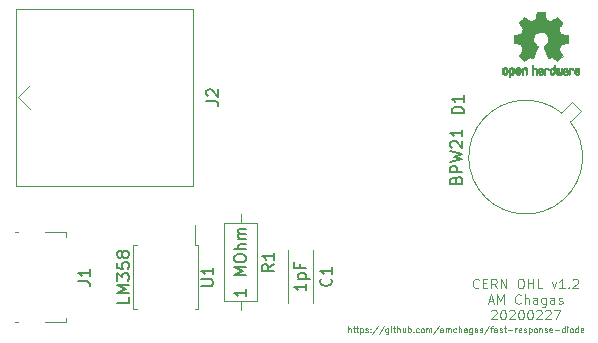
<source format=gbr>
G04 #@! TF.GenerationSoftware,KiCad,Pcbnew,(5.1.5)-3*
G04 #@! TF.CreationDate,2020-02-27T09:25:40+00:00*
G04 #@! TF.ProjectId,fast_diode_pcb,66617374-5f64-4696-9f64-655f7063622e,rev?*
G04 #@! TF.SameCoordinates,Original*
G04 #@! TF.FileFunction,Legend,Top*
G04 #@! TF.FilePolarity,Positive*
%FSLAX46Y46*%
G04 Gerber Fmt 4.6, Leading zero omitted, Abs format (unit mm)*
G04 Created by KiCad (PCBNEW (5.1.5)-3) date 2020-02-27 09:25:40*
%MOMM*%
%LPD*%
G04 APERTURE LIST*
%ADD10C,0.100000*%
%ADD11C,0.120000*%
%ADD12C,0.010000*%
%ADD13C,0.150000*%
G04 APERTURE END LIST*
D10*
X134839523Y-115161190D02*
X134839523Y-114661190D01*
X135053809Y-115161190D02*
X135053809Y-114899285D01*
X135030000Y-114851666D01*
X134982380Y-114827857D01*
X134910952Y-114827857D01*
X134863333Y-114851666D01*
X134839523Y-114875476D01*
X135220476Y-114827857D02*
X135410952Y-114827857D01*
X135291904Y-114661190D02*
X135291904Y-115089761D01*
X135315714Y-115137380D01*
X135363333Y-115161190D01*
X135410952Y-115161190D01*
X135506190Y-114827857D02*
X135696666Y-114827857D01*
X135577619Y-114661190D02*
X135577619Y-115089761D01*
X135601428Y-115137380D01*
X135649047Y-115161190D01*
X135696666Y-115161190D01*
X135863333Y-114827857D02*
X135863333Y-115327857D01*
X135863333Y-114851666D02*
X135910952Y-114827857D01*
X136006190Y-114827857D01*
X136053809Y-114851666D01*
X136077619Y-114875476D01*
X136101428Y-114923095D01*
X136101428Y-115065952D01*
X136077619Y-115113571D01*
X136053809Y-115137380D01*
X136006190Y-115161190D01*
X135910952Y-115161190D01*
X135863333Y-115137380D01*
X136291904Y-115137380D02*
X136339523Y-115161190D01*
X136434761Y-115161190D01*
X136482380Y-115137380D01*
X136506190Y-115089761D01*
X136506190Y-115065952D01*
X136482380Y-115018333D01*
X136434761Y-114994523D01*
X136363333Y-114994523D01*
X136315714Y-114970714D01*
X136291904Y-114923095D01*
X136291904Y-114899285D01*
X136315714Y-114851666D01*
X136363333Y-114827857D01*
X136434761Y-114827857D01*
X136482380Y-114851666D01*
X136720476Y-115113571D02*
X136744285Y-115137380D01*
X136720476Y-115161190D01*
X136696666Y-115137380D01*
X136720476Y-115113571D01*
X136720476Y-115161190D01*
X136720476Y-114851666D02*
X136744285Y-114875476D01*
X136720476Y-114899285D01*
X136696666Y-114875476D01*
X136720476Y-114851666D01*
X136720476Y-114899285D01*
X137315714Y-114637380D02*
X136887142Y-115280238D01*
X137839523Y-114637380D02*
X137410952Y-115280238D01*
X138220476Y-114827857D02*
X138220476Y-115232619D01*
X138196666Y-115280238D01*
X138172857Y-115304047D01*
X138125238Y-115327857D01*
X138053809Y-115327857D01*
X138006190Y-115304047D01*
X138220476Y-115137380D02*
X138172857Y-115161190D01*
X138077619Y-115161190D01*
X138030000Y-115137380D01*
X138006190Y-115113571D01*
X137982380Y-115065952D01*
X137982380Y-114923095D01*
X138006190Y-114875476D01*
X138030000Y-114851666D01*
X138077619Y-114827857D01*
X138172857Y-114827857D01*
X138220476Y-114851666D01*
X138458571Y-115161190D02*
X138458571Y-114827857D01*
X138458571Y-114661190D02*
X138434761Y-114685000D01*
X138458571Y-114708809D01*
X138482380Y-114685000D01*
X138458571Y-114661190D01*
X138458571Y-114708809D01*
X138625238Y-114827857D02*
X138815714Y-114827857D01*
X138696666Y-114661190D02*
X138696666Y-115089761D01*
X138720476Y-115137380D01*
X138768095Y-115161190D01*
X138815714Y-115161190D01*
X138982380Y-115161190D02*
X138982380Y-114661190D01*
X139196666Y-115161190D02*
X139196666Y-114899285D01*
X139172857Y-114851666D01*
X139125238Y-114827857D01*
X139053809Y-114827857D01*
X139006190Y-114851666D01*
X138982380Y-114875476D01*
X139649047Y-114827857D02*
X139649047Y-115161190D01*
X139434761Y-114827857D02*
X139434761Y-115089761D01*
X139458571Y-115137380D01*
X139506190Y-115161190D01*
X139577619Y-115161190D01*
X139625238Y-115137380D01*
X139649047Y-115113571D01*
X139887142Y-115161190D02*
X139887142Y-114661190D01*
X139887142Y-114851666D02*
X139934761Y-114827857D01*
X140030000Y-114827857D01*
X140077619Y-114851666D01*
X140101428Y-114875476D01*
X140125238Y-114923095D01*
X140125238Y-115065952D01*
X140101428Y-115113571D01*
X140077619Y-115137380D01*
X140030000Y-115161190D01*
X139934761Y-115161190D01*
X139887142Y-115137380D01*
X140339523Y-115113571D02*
X140363333Y-115137380D01*
X140339523Y-115161190D01*
X140315714Y-115137380D01*
X140339523Y-115113571D01*
X140339523Y-115161190D01*
X140791904Y-115137380D02*
X140744285Y-115161190D01*
X140649047Y-115161190D01*
X140601428Y-115137380D01*
X140577619Y-115113571D01*
X140553809Y-115065952D01*
X140553809Y-114923095D01*
X140577619Y-114875476D01*
X140601428Y-114851666D01*
X140649047Y-114827857D01*
X140744285Y-114827857D01*
X140791904Y-114851666D01*
X141077619Y-115161190D02*
X141030000Y-115137380D01*
X141006190Y-115113571D01*
X140982380Y-115065952D01*
X140982380Y-114923095D01*
X141006190Y-114875476D01*
X141030000Y-114851666D01*
X141077619Y-114827857D01*
X141149047Y-114827857D01*
X141196666Y-114851666D01*
X141220476Y-114875476D01*
X141244285Y-114923095D01*
X141244285Y-115065952D01*
X141220476Y-115113571D01*
X141196666Y-115137380D01*
X141149047Y-115161190D01*
X141077619Y-115161190D01*
X141458571Y-115161190D02*
X141458571Y-114827857D01*
X141458571Y-114875476D02*
X141482380Y-114851666D01*
X141530000Y-114827857D01*
X141601428Y-114827857D01*
X141649047Y-114851666D01*
X141672857Y-114899285D01*
X141672857Y-115161190D01*
X141672857Y-114899285D02*
X141696666Y-114851666D01*
X141744285Y-114827857D01*
X141815714Y-114827857D01*
X141863333Y-114851666D01*
X141887142Y-114899285D01*
X141887142Y-115161190D01*
X142482380Y-114637380D02*
X142053809Y-115280238D01*
X142863333Y-115161190D02*
X142863333Y-114899285D01*
X142839523Y-114851666D01*
X142791904Y-114827857D01*
X142696666Y-114827857D01*
X142649047Y-114851666D01*
X142863333Y-115137380D02*
X142815714Y-115161190D01*
X142696666Y-115161190D01*
X142649047Y-115137380D01*
X142625238Y-115089761D01*
X142625238Y-115042142D01*
X142649047Y-114994523D01*
X142696666Y-114970714D01*
X142815714Y-114970714D01*
X142863333Y-114946904D01*
X143101428Y-115161190D02*
X143101428Y-114827857D01*
X143101428Y-114875476D02*
X143125238Y-114851666D01*
X143172857Y-114827857D01*
X143244285Y-114827857D01*
X143291904Y-114851666D01*
X143315714Y-114899285D01*
X143315714Y-115161190D01*
X143315714Y-114899285D02*
X143339523Y-114851666D01*
X143387142Y-114827857D01*
X143458571Y-114827857D01*
X143506190Y-114851666D01*
X143530000Y-114899285D01*
X143530000Y-115161190D01*
X143982380Y-115137380D02*
X143934761Y-115161190D01*
X143839523Y-115161190D01*
X143791904Y-115137380D01*
X143768095Y-115113571D01*
X143744285Y-115065952D01*
X143744285Y-114923095D01*
X143768095Y-114875476D01*
X143791904Y-114851666D01*
X143839523Y-114827857D01*
X143934761Y-114827857D01*
X143982380Y-114851666D01*
X144196666Y-115161190D02*
X144196666Y-114661190D01*
X144410952Y-115161190D02*
X144410952Y-114899285D01*
X144387142Y-114851666D01*
X144339523Y-114827857D01*
X144268095Y-114827857D01*
X144220476Y-114851666D01*
X144196666Y-114875476D01*
X144863333Y-115161190D02*
X144863333Y-114899285D01*
X144839523Y-114851666D01*
X144791904Y-114827857D01*
X144696666Y-114827857D01*
X144649047Y-114851666D01*
X144863333Y-115137380D02*
X144815714Y-115161190D01*
X144696666Y-115161190D01*
X144649047Y-115137380D01*
X144625238Y-115089761D01*
X144625238Y-115042142D01*
X144649047Y-114994523D01*
X144696666Y-114970714D01*
X144815714Y-114970714D01*
X144863333Y-114946904D01*
X145315714Y-114827857D02*
X145315714Y-115232619D01*
X145291904Y-115280238D01*
X145268095Y-115304047D01*
X145220476Y-115327857D01*
X145149047Y-115327857D01*
X145101428Y-115304047D01*
X145315714Y-115137380D02*
X145268095Y-115161190D01*
X145172857Y-115161190D01*
X145125238Y-115137380D01*
X145101428Y-115113571D01*
X145077619Y-115065952D01*
X145077619Y-114923095D01*
X145101428Y-114875476D01*
X145125238Y-114851666D01*
X145172857Y-114827857D01*
X145268095Y-114827857D01*
X145315714Y-114851666D01*
X145768095Y-115161190D02*
X145768095Y-114899285D01*
X145744285Y-114851666D01*
X145696666Y-114827857D01*
X145601428Y-114827857D01*
X145553809Y-114851666D01*
X145768095Y-115137380D02*
X145720476Y-115161190D01*
X145601428Y-115161190D01*
X145553809Y-115137380D01*
X145530000Y-115089761D01*
X145530000Y-115042142D01*
X145553809Y-114994523D01*
X145601428Y-114970714D01*
X145720476Y-114970714D01*
X145768095Y-114946904D01*
X145982380Y-115137380D02*
X146030000Y-115161190D01*
X146125238Y-115161190D01*
X146172857Y-115137380D01*
X146196666Y-115089761D01*
X146196666Y-115065952D01*
X146172857Y-115018333D01*
X146125238Y-114994523D01*
X146053809Y-114994523D01*
X146006190Y-114970714D01*
X145982380Y-114923095D01*
X145982380Y-114899285D01*
X146006190Y-114851666D01*
X146053809Y-114827857D01*
X146125238Y-114827857D01*
X146172857Y-114851666D01*
X146768095Y-114637380D02*
X146339523Y-115280238D01*
X146863333Y-114827857D02*
X147053809Y-114827857D01*
X146934761Y-115161190D02*
X146934761Y-114732619D01*
X146958571Y-114685000D01*
X147006190Y-114661190D01*
X147053809Y-114661190D01*
X147434761Y-115161190D02*
X147434761Y-114899285D01*
X147410952Y-114851666D01*
X147363333Y-114827857D01*
X147268095Y-114827857D01*
X147220476Y-114851666D01*
X147434761Y-115137380D02*
X147387142Y-115161190D01*
X147268095Y-115161190D01*
X147220476Y-115137380D01*
X147196666Y-115089761D01*
X147196666Y-115042142D01*
X147220476Y-114994523D01*
X147268095Y-114970714D01*
X147387142Y-114970714D01*
X147434761Y-114946904D01*
X147649047Y-115137380D02*
X147696666Y-115161190D01*
X147791904Y-115161190D01*
X147839523Y-115137380D01*
X147863333Y-115089761D01*
X147863333Y-115065952D01*
X147839523Y-115018333D01*
X147791904Y-114994523D01*
X147720476Y-114994523D01*
X147672857Y-114970714D01*
X147649047Y-114923095D01*
X147649047Y-114899285D01*
X147672857Y-114851666D01*
X147720476Y-114827857D01*
X147791904Y-114827857D01*
X147839523Y-114851666D01*
X148006190Y-114827857D02*
X148196666Y-114827857D01*
X148077619Y-114661190D02*
X148077619Y-115089761D01*
X148101428Y-115137380D01*
X148149047Y-115161190D01*
X148196666Y-115161190D01*
X148363333Y-114970714D02*
X148744285Y-114970714D01*
X148982380Y-115161190D02*
X148982380Y-114827857D01*
X148982380Y-114923095D02*
X149006190Y-114875476D01*
X149029999Y-114851666D01*
X149077619Y-114827857D01*
X149125238Y-114827857D01*
X149482380Y-115137380D02*
X149434761Y-115161190D01*
X149339523Y-115161190D01*
X149291904Y-115137380D01*
X149268095Y-115089761D01*
X149268095Y-114899285D01*
X149291904Y-114851666D01*
X149339523Y-114827857D01*
X149434761Y-114827857D01*
X149482380Y-114851666D01*
X149506190Y-114899285D01*
X149506190Y-114946904D01*
X149268095Y-114994523D01*
X149696666Y-115137380D02*
X149744285Y-115161190D01*
X149839523Y-115161190D01*
X149887142Y-115137380D01*
X149910952Y-115089761D01*
X149910952Y-115065952D01*
X149887142Y-115018333D01*
X149839523Y-114994523D01*
X149768095Y-114994523D01*
X149720476Y-114970714D01*
X149696666Y-114923095D01*
X149696666Y-114899285D01*
X149720476Y-114851666D01*
X149768095Y-114827857D01*
X149839523Y-114827857D01*
X149887142Y-114851666D01*
X150125238Y-114827857D02*
X150125238Y-115327857D01*
X150125238Y-114851666D02*
X150172857Y-114827857D01*
X150268095Y-114827857D01*
X150315714Y-114851666D01*
X150339523Y-114875476D01*
X150363333Y-114923095D01*
X150363333Y-115065952D01*
X150339523Y-115113571D01*
X150315714Y-115137380D01*
X150268095Y-115161190D01*
X150172857Y-115161190D01*
X150125238Y-115137380D01*
X150649047Y-115161190D02*
X150601428Y-115137380D01*
X150577619Y-115113571D01*
X150553809Y-115065952D01*
X150553809Y-114923095D01*
X150577619Y-114875476D01*
X150601428Y-114851666D01*
X150649047Y-114827857D01*
X150720476Y-114827857D01*
X150768095Y-114851666D01*
X150791904Y-114875476D01*
X150815714Y-114923095D01*
X150815714Y-115065952D01*
X150791904Y-115113571D01*
X150768095Y-115137380D01*
X150720476Y-115161190D01*
X150649047Y-115161190D01*
X151029999Y-114827857D02*
X151029999Y-115161190D01*
X151029999Y-114875476D02*
X151053809Y-114851666D01*
X151101428Y-114827857D01*
X151172857Y-114827857D01*
X151220476Y-114851666D01*
X151244285Y-114899285D01*
X151244285Y-115161190D01*
X151458571Y-115137380D02*
X151506190Y-115161190D01*
X151601428Y-115161190D01*
X151649047Y-115137380D01*
X151672857Y-115089761D01*
X151672857Y-115065952D01*
X151649047Y-115018333D01*
X151601428Y-114994523D01*
X151529999Y-114994523D01*
X151482380Y-114970714D01*
X151458571Y-114923095D01*
X151458571Y-114899285D01*
X151482380Y-114851666D01*
X151529999Y-114827857D01*
X151601428Y-114827857D01*
X151649047Y-114851666D01*
X152077619Y-115137380D02*
X152029999Y-115161190D01*
X151934761Y-115161190D01*
X151887142Y-115137380D01*
X151863333Y-115089761D01*
X151863333Y-114899285D01*
X151887142Y-114851666D01*
X151934761Y-114827857D01*
X152029999Y-114827857D01*
X152077619Y-114851666D01*
X152101428Y-114899285D01*
X152101428Y-114946904D01*
X151863333Y-114994523D01*
X152315714Y-114970714D02*
X152696666Y-114970714D01*
X153149047Y-115161190D02*
X153149047Y-114661190D01*
X153149047Y-115137380D02*
X153101428Y-115161190D01*
X153006190Y-115161190D01*
X152958571Y-115137380D01*
X152934761Y-115113571D01*
X152910952Y-115065952D01*
X152910952Y-114923095D01*
X152934761Y-114875476D01*
X152958571Y-114851666D01*
X153006190Y-114827857D01*
X153101428Y-114827857D01*
X153149047Y-114851666D01*
X153387142Y-115161190D02*
X153387142Y-114827857D01*
X153387142Y-114661190D02*
X153363333Y-114685000D01*
X153387142Y-114708809D01*
X153410952Y-114685000D01*
X153387142Y-114661190D01*
X153387142Y-114708809D01*
X153696666Y-115161190D02*
X153649047Y-115137380D01*
X153625238Y-115113571D01*
X153601428Y-115065952D01*
X153601428Y-114923095D01*
X153625238Y-114875476D01*
X153649047Y-114851666D01*
X153696666Y-114827857D01*
X153768095Y-114827857D01*
X153815714Y-114851666D01*
X153839523Y-114875476D01*
X153863333Y-114923095D01*
X153863333Y-115065952D01*
X153839523Y-115113571D01*
X153815714Y-115137380D01*
X153768095Y-115161190D01*
X153696666Y-115161190D01*
X154291904Y-115161190D02*
X154291904Y-114661190D01*
X154291904Y-115137380D02*
X154244285Y-115161190D01*
X154149047Y-115161190D01*
X154101428Y-115137380D01*
X154077619Y-115113571D01*
X154053809Y-115065952D01*
X154053809Y-114923095D01*
X154077619Y-114875476D01*
X154101428Y-114851666D01*
X154149047Y-114827857D01*
X154244285Y-114827857D01*
X154291904Y-114851666D01*
X154720476Y-115137380D02*
X154672857Y-115161190D01*
X154577619Y-115161190D01*
X154529999Y-115137380D01*
X154506190Y-115089761D01*
X154506190Y-114899285D01*
X154529999Y-114851666D01*
X154577619Y-114827857D01*
X154672857Y-114827857D01*
X154720476Y-114851666D01*
X154744285Y-114899285D01*
X154744285Y-114946904D01*
X154506190Y-114994523D01*
D11*
X145898095Y-111360714D02*
X145860000Y-111398809D01*
X145745714Y-111436904D01*
X145669523Y-111436904D01*
X145555238Y-111398809D01*
X145479047Y-111322619D01*
X145440952Y-111246428D01*
X145402857Y-111094047D01*
X145402857Y-110979761D01*
X145440952Y-110827380D01*
X145479047Y-110751190D01*
X145555238Y-110675000D01*
X145669523Y-110636904D01*
X145745714Y-110636904D01*
X145860000Y-110675000D01*
X145898095Y-110713095D01*
X146240952Y-111017857D02*
X146507619Y-111017857D01*
X146621904Y-111436904D02*
X146240952Y-111436904D01*
X146240952Y-110636904D01*
X146621904Y-110636904D01*
X147421904Y-111436904D02*
X147155238Y-111055952D01*
X146964761Y-111436904D02*
X146964761Y-110636904D01*
X147269523Y-110636904D01*
X147345714Y-110675000D01*
X147383809Y-110713095D01*
X147421904Y-110789285D01*
X147421904Y-110903571D01*
X147383809Y-110979761D01*
X147345714Y-111017857D01*
X147269523Y-111055952D01*
X146964761Y-111055952D01*
X147764761Y-111436904D02*
X147764761Y-110636904D01*
X148221904Y-111436904D01*
X148221904Y-110636904D01*
X149364761Y-110636904D02*
X149517142Y-110636904D01*
X149593333Y-110675000D01*
X149669523Y-110751190D01*
X149707619Y-110903571D01*
X149707619Y-111170238D01*
X149669523Y-111322619D01*
X149593333Y-111398809D01*
X149517142Y-111436904D01*
X149364761Y-111436904D01*
X149288571Y-111398809D01*
X149212380Y-111322619D01*
X149174285Y-111170238D01*
X149174285Y-110903571D01*
X149212380Y-110751190D01*
X149288571Y-110675000D01*
X149364761Y-110636904D01*
X150050476Y-111436904D02*
X150050476Y-110636904D01*
X150050476Y-111017857D02*
X150507619Y-111017857D01*
X150507619Y-111436904D02*
X150507619Y-110636904D01*
X151269523Y-111436904D02*
X150888571Y-111436904D01*
X150888571Y-110636904D01*
X152069523Y-110903571D02*
X152260000Y-111436904D01*
X152450476Y-110903571D01*
X153174285Y-111436904D02*
X152717142Y-111436904D01*
X152945714Y-111436904D02*
X152945714Y-110636904D01*
X152869523Y-110751190D01*
X152793333Y-110827380D01*
X152717142Y-110865476D01*
X153517142Y-111360714D02*
X153555238Y-111398809D01*
X153517142Y-111436904D01*
X153479047Y-111398809D01*
X153517142Y-111360714D01*
X153517142Y-111436904D01*
X153860000Y-110713095D02*
X153898095Y-110675000D01*
X153974285Y-110636904D01*
X154164761Y-110636904D01*
X154240952Y-110675000D01*
X154279047Y-110713095D01*
X154317142Y-110789285D01*
X154317142Y-110865476D01*
X154279047Y-110979761D01*
X153821904Y-111436904D01*
X154317142Y-111436904D01*
X146736190Y-112528333D02*
X147117142Y-112528333D01*
X146660000Y-112756904D02*
X146926666Y-111956904D01*
X147193333Y-112756904D01*
X147460000Y-112756904D02*
X147460000Y-111956904D01*
X147726666Y-112528333D01*
X147993333Y-111956904D01*
X147993333Y-112756904D01*
X149440952Y-112680714D02*
X149402857Y-112718809D01*
X149288571Y-112756904D01*
X149212380Y-112756904D01*
X149098095Y-112718809D01*
X149021904Y-112642619D01*
X148983809Y-112566428D01*
X148945714Y-112414047D01*
X148945714Y-112299761D01*
X148983809Y-112147380D01*
X149021904Y-112071190D01*
X149098095Y-111995000D01*
X149212380Y-111956904D01*
X149288571Y-111956904D01*
X149402857Y-111995000D01*
X149440952Y-112033095D01*
X149783809Y-112756904D02*
X149783809Y-111956904D01*
X150126666Y-112756904D02*
X150126666Y-112337857D01*
X150088571Y-112261666D01*
X150012380Y-112223571D01*
X149898095Y-112223571D01*
X149821904Y-112261666D01*
X149783809Y-112299761D01*
X150850476Y-112756904D02*
X150850476Y-112337857D01*
X150812380Y-112261666D01*
X150736190Y-112223571D01*
X150583809Y-112223571D01*
X150507619Y-112261666D01*
X150850476Y-112718809D02*
X150774285Y-112756904D01*
X150583809Y-112756904D01*
X150507619Y-112718809D01*
X150469523Y-112642619D01*
X150469523Y-112566428D01*
X150507619Y-112490238D01*
X150583809Y-112452142D01*
X150774285Y-112452142D01*
X150850476Y-112414047D01*
X151574285Y-112223571D02*
X151574285Y-112871190D01*
X151536190Y-112947380D01*
X151498095Y-112985476D01*
X151421904Y-113023571D01*
X151307619Y-113023571D01*
X151231428Y-112985476D01*
X151574285Y-112718809D02*
X151498095Y-112756904D01*
X151345714Y-112756904D01*
X151269523Y-112718809D01*
X151231428Y-112680714D01*
X151193333Y-112604523D01*
X151193333Y-112375952D01*
X151231428Y-112299761D01*
X151269523Y-112261666D01*
X151345714Y-112223571D01*
X151498095Y-112223571D01*
X151574285Y-112261666D01*
X152298095Y-112756904D02*
X152298095Y-112337857D01*
X152260000Y-112261666D01*
X152183809Y-112223571D01*
X152031428Y-112223571D01*
X151955238Y-112261666D01*
X152298095Y-112718809D02*
X152221904Y-112756904D01*
X152031428Y-112756904D01*
X151955238Y-112718809D01*
X151917142Y-112642619D01*
X151917142Y-112566428D01*
X151955238Y-112490238D01*
X152031428Y-112452142D01*
X152221904Y-112452142D01*
X152298095Y-112414047D01*
X152640952Y-112718809D02*
X152717142Y-112756904D01*
X152869523Y-112756904D01*
X152945714Y-112718809D01*
X152983809Y-112642619D01*
X152983809Y-112604523D01*
X152945714Y-112528333D01*
X152869523Y-112490238D01*
X152755238Y-112490238D01*
X152679047Y-112452142D01*
X152640952Y-112375952D01*
X152640952Y-112337857D01*
X152679047Y-112261666D01*
X152755238Y-112223571D01*
X152869523Y-112223571D01*
X152945714Y-112261666D01*
X146964761Y-113353095D02*
X147002857Y-113315000D01*
X147079047Y-113276904D01*
X147269523Y-113276904D01*
X147345714Y-113315000D01*
X147383809Y-113353095D01*
X147421904Y-113429285D01*
X147421904Y-113505476D01*
X147383809Y-113619761D01*
X146926666Y-114076904D01*
X147421904Y-114076904D01*
X147917142Y-113276904D02*
X147993333Y-113276904D01*
X148069523Y-113315000D01*
X148107619Y-113353095D01*
X148145714Y-113429285D01*
X148183809Y-113581666D01*
X148183809Y-113772142D01*
X148145714Y-113924523D01*
X148107619Y-114000714D01*
X148069523Y-114038809D01*
X147993333Y-114076904D01*
X147917142Y-114076904D01*
X147840952Y-114038809D01*
X147802857Y-114000714D01*
X147764761Y-113924523D01*
X147726666Y-113772142D01*
X147726666Y-113581666D01*
X147764761Y-113429285D01*
X147802857Y-113353095D01*
X147840952Y-113315000D01*
X147917142Y-113276904D01*
X148488571Y-113353095D02*
X148526666Y-113315000D01*
X148602857Y-113276904D01*
X148793333Y-113276904D01*
X148869523Y-113315000D01*
X148907619Y-113353095D01*
X148945714Y-113429285D01*
X148945714Y-113505476D01*
X148907619Y-113619761D01*
X148450476Y-114076904D01*
X148945714Y-114076904D01*
X149440952Y-113276904D02*
X149517142Y-113276904D01*
X149593333Y-113315000D01*
X149631428Y-113353095D01*
X149669523Y-113429285D01*
X149707619Y-113581666D01*
X149707619Y-113772142D01*
X149669523Y-113924523D01*
X149631428Y-114000714D01*
X149593333Y-114038809D01*
X149517142Y-114076904D01*
X149440952Y-114076904D01*
X149364761Y-114038809D01*
X149326666Y-114000714D01*
X149288571Y-113924523D01*
X149250476Y-113772142D01*
X149250476Y-113581666D01*
X149288571Y-113429285D01*
X149326666Y-113353095D01*
X149364761Y-113315000D01*
X149440952Y-113276904D01*
X150202857Y-113276904D02*
X150279047Y-113276904D01*
X150355238Y-113315000D01*
X150393333Y-113353095D01*
X150431428Y-113429285D01*
X150469523Y-113581666D01*
X150469523Y-113772142D01*
X150431428Y-113924523D01*
X150393333Y-114000714D01*
X150355238Y-114038809D01*
X150279047Y-114076904D01*
X150202857Y-114076904D01*
X150126666Y-114038809D01*
X150088571Y-114000714D01*
X150050476Y-113924523D01*
X150012380Y-113772142D01*
X150012380Y-113581666D01*
X150050476Y-113429285D01*
X150088571Y-113353095D01*
X150126666Y-113315000D01*
X150202857Y-113276904D01*
X150774285Y-113353095D02*
X150812380Y-113315000D01*
X150888571Y-113276904D01*
X151079047Y-113276904D01*
X151155238Y-113315000D01*
X151193333Y-113353095D01*
X151231428Y-113429285D01*
X151231428Y-113505476D01*
X151193333Y-113619761D01*
X150736190Y-114076904D01*
X151231428Y-114076904D01*
X151536190Y-113353095D02*
X151574285Y-113315000D01*
X151650476Y-113276904D01*
X151840952Y-113276904D01*
X151917142Y-113315000D01*
X151955238Y-113353095D01*
X151993333Y-113429285D01*
X151993333Y-113505476D01*
X151955238Y-113619761D01*
X151498095Y-114076904D01*
X151993333Y-114076904D01*
X152260000Y-113276904D02*
X152793333Y-113276904D01*
X152450476Y-114076904D01*
D12*
G36*
X151233910Y-88047348D02*
G01*
X151312454Y-88047778D01*
X151369298Y-88048942D01*
X151408105Y-88051207D01*
X151432538Y-88054940D01*
X151446262Y-88060506D01*
X151452940Y-88068273D01*
X151456236Y-88078605D01*
X151456556Y-88079943D01*
X151461562Y-88104079D01*
X151470829Y-88151701D01*
X151483392Y-88217741D01*
X151498287Y-88297128D01*
X151514551Y-88384796D01*
X151515119Y-88387875D01*
X151531410Y-88473789D01*
X151546652Y-88549696D01*
X151559861Y-88611045D01*
X151570054Y-88653282D01*
X151576248Y-88671855D01*
X151576543Y-88672184D01*
X151594788Y-88681253D01*
X151632405Y-88696367D01*
X151681271Y-88714262D01*
X151681543Y-88714358D01*
X151743093Y-88737493D01*
X151815657Y-88766965D01*
X151884057Y-88796597D01*
X151887294Y-88798062D01*
X151998702Y-88848626D01*
X152245399Y-88680160D01*
X152321077Y-88628803D01*
X152389631Y-88582889D01*
X152447088Y-88545030D01*
X152489476Y-88517837D01*
X152512825Y-88503921D01*
X152515042Y-88502889D01*
X152532010Y-88507484D01*
X152563701Y-88529655D01*
X152611352Y-88570447D01*
X152676198Y-88630905D01*
X152742397Y-88695227D01*
X152806214Y-88758612D01*
X152863329Y-88816451D01*
X152910305Y-88865175D01*
X152943703Y-88901210D01*
X152960085Y-88920984D01*
X152960694Y-88922002D01*
X152962505Y-88935572D01*
X152955683Y-88957733D01*
X152938540Y-88991478D01*
X152909393Y-89039800D01*
X152866555Y-89105692D01*
X152809448Y-89190517D01*
X152758766Y-89265177D01*
X152713461Y-89332140D01*
X152676150Y-89387516D01*
X152649452Y-89427420D01*
X152635985Y-89447962D01*
X152635137Y-89449356D01*
X152636781Y-89469038D01*
X152649245Y-89507293D01*
X152670048Y-89556889D01*
X152677462Y-89572728D01*
X152709814Y-89643290D01*
X152744328Y-89723353D01*
X152772365Y-89792629D01*
X152792568Y-89844045D01*
X152808615Y-89883119D01*
X152817888Y-89903541D01*
X152819041Y-89905114D01*
X152836096Y-89907721D01*
X152876298Y-89914863D01*
X152934302Y-89925523D01*
X153004763Y-89938685D01*
X153082335Y-89953333D01*
X153161672Y-89968449D01*
X153237431Y-89983018D01*
X153304264Y-89996022D01*
X153356828Y-90006445D01*
X153389776Y-90013270D01*
X153397857Y-90015199D01*
X153406205Y-90019962D01*
X153412506Y-90030718D01*
X153417045Y-90051098D01*
X153420104Y-90084734D01*
X153421967Y-90135255D01*
X153422918Y-90206292D01*
X153423240Y-90301476D01*
X153423257Y-90340492D01*
X153423257Y-90657799D01*
X153347057Y-90672839D01*
X153304663Y-90680995D01*
X153241400Y-90692899D01*
X153164962Y-90707116D01*
X153083043Y-90722210D01*
X153060400Y-90726355D01*
X152984806Y-90741053D01*
X152918953Y-90755505D01*
X152868366Y-90768375D01*
X152838574Y-90778322D01*
X152833612Y-90781287D01*
X152821426Y-90802283D01*
X152803953Y-90842967D01*
X152784577Y-90895322D01*
X152780734Y-90906600D01*
X152755339Y-90976523D01*
X152723817Y-91055418D01*
X152692969Y-91126266D01*
X152692817Y-91126595D01*
X152641447Y-91237733D01*
X152810399Y-91486253D01*
X152979352Y-91734772D01*
X152762429Y-91952058D01*
X152696819Y-92016726D01*
X152636979Y-92073733D01*
X152586267Y-92120033D01*
X152548046Y-92152584D01*
X152525675Y-92168343D01*
X152522466Y-92169343D01*
X152503626Y-92161469D01*
X152465180Y-92139578D01*
X152411330Y-92106267D01*
X152346276Y-92064131D01*
X152275940Y-92016943D01*
X152204555Y-91968810D01*
X152140908Y-91926928D01*
X152089041Y-91893871D01*
X152052995Y-91872218D01*
X152036867Y-91864543D01*
X152017189Y-91871037D01*
X151979875Y-91888150D01*
X151932621Y-91912326D01*
X151927612Y-91915013D01*
X151863977Y-91946927D01*
X151820341Y-91962579D01*
X151793202Y-91962745D01*
X151779057Y-91948204D01*
X151778975Y-91948000D01*
X151771905Y-91930779D01*
X151755042Y-91889899D01*
X151729695Y-91828525D01*
X151697171Y-91749819D01*
X151658778Y-91656947D01*
X151615822Y-91553072D01*
X151574222Y-91452502D01*
X151528504Y-91341516D01*
X151486526Y-91238703D01*
X151449548Y-91147215D01*
X151418827Y-91070201D01*
X151395622Y-91010815D01*
X151381190Y-90972209D01*
X151376743Y-90957800D01*
X151387896Y-90941272D01*
X151417069Y-90914930D01*
X151455971Y-90885887D01*
X151566757Y-90794039D01*
X151653351Y-90688759D01*
X151714716Y-90572266D01*
X151749815Y-90446776D01*
X151757608Y-90314507D01*
X151751943Y-90253457D01*
X151721078Y-90126795D01*
X151667920Y-90014941D01*
X151595767Y-89919001D01*
X151507917Y-89840076D01*
X151407665Y-89779270D01*
X151298310Y-89737687D01*
X151183147Y-89716428D01*
X151065475Y-89716599D01*
X150948590Y-89739301D01*
X150835789Y-89785638D01*
X150730369Y-89856713D01*
X150686368Y-89896911D01*
X150601979Y-90000129D01*
X150543222Y-90112925D01*
X150509704Y-90232010D01*
X150501035Y-90354095D01*
X150516823Y-90475893D01*
X150556678Y-90594116D01*
X150620207Y-90705475D01*
X150707021Y-90806684D01*
X150804029Y-90885887D01*
X150844437Y-90916162D01*
X150872982Y-90942219D01*
X150883257Y-90957825D01*
X150877877Y-90974843D01*
X150862575Y-91015500D01*
X150838612Y-91076642D01*
X150807244Y-91155119D01*
X150769732Y-91247780D01*
X150727333Y-91351472D01*
X150685663Y-91452526D01*
X150639690Y-91563607D01*
X150597107Y-91666541D01*
X150559221Y-91758165D01*
X150527340Y-91835316D01*
X150502771Y-91894831D01*
X150486820Y-91933544D01*
X150480910Y-91948000D01*
X150466948Y-91962685D01*
X150439940Y-91962642D01*
X150396413Y-91947099D01*
X150332890Y-91915284D01*
X150332388Y-91915013D01*
X150284560Y-91890323D01*
X150245897Y-91872338D01*
X150224095Y-91864614D01*
X150223133Y-91864543D01*
X150206721Y-91872378D01*
X150170487Y-91894165D01*
X150118474Y-91927328D01*
X150054725Y-91969291D01*
X149984060Y-92016943D01*
X149912116Y-92065191D01*
X149847274Y-92107151D01*
X149793735Y-92140227D01*
X149755697Y-92161821D01*
X149737533Y-92169343D01*
X149720808Y-92159457D01*
X149687180Y-92131826D01*
X149640010Y-92089495D01*
X149582658Y-92035505D01*
X149518484Y-91972899D01*
X149497497Y-91951983D01*
X149280499Y-91734623D01*
X149445668Y-91492220D01*
X149495864Y-91417781D01*
X149539919Y-91350972D01*
X149575362Y-91295665D01*
X149599719Y-91255729D01*
X149610522Y-91235036D01*
X149610838Y-91233563D01*
X149605143Y-91214058D01*
X149589826Y-91174822D01*
X149567537Y-91122430D01*
X149551893Y-91087355D01*
X149522641Y-91020201D01*
X149495094Y-90952358D01*
X149473737Y-90895034D01*
X149467935Y-90877572D01*
X149451452Y-90830938D01*
X149435340Y-90794905D01*
X149426490Y-90781287D01*
X149406960Y-90772952D01*
X149364334Y-90761137D01*
X149304145Y-90747181D01*
X149231922Y-90732422D01*
X149199600Y-90726355D01*
X149117522Y-90711273D01*
X149038795Y-90696669D01*
X148971109Y-90683980D01*
X148922160Y-90674642D01*
X148912943Y-90672839D01*
X148836743Y-90657799D01*
X148836743Y-90340492D01*
X148836914Y-90236154D01*
X148837616Y-90157213D01*
X148839134Y-90100038D01*
X148841749Y-90060999D01*
X148845746Y-90036465D01*
X148851409Y-90022805D01*
X148859020Y-90016389D01*
X148862143Y-90015199D01*
X148880978Y-90010980D01*
X148922588Y-90002562D01*
X148981630Y-89990961D01*
X149052757Y-89977195D01*
X149130625Y-89962280D01*
X149209887Y-89947232D01*
X149285198Y-89933069D01*
X149351213Y-89920806D01*
X149402587Y-89911461D01*
X149433975Y-89906050D01*
X149440959Y-89905114D01*
X149447285Y-89892596D01*
X149461290Y-89859246D01*
X149480355Y-89811377D01*
X149487634Y-89792629D01*
X149516996Y-89720195D01*
X149551571Y-89640170D01*
X149582537Y-89572728D01*
X149605323Y-89521159D01*
X149620482Y-89478785D01*
X149625542Y-89452834D01*
X149624736Y-89449356D01*
X149614041Y-89432936D01*
X149589620Y-89396417D01*
X149554095Y-89343687D01*
X149510087Y-89278635D01*
X149460217Y-89205151D01*
X149450356Y-89190645D01*
X149392492Y-89104704D01*
X149349956Y-89039261D01*
X149321054Y-88991304D01*
X149304090Y-88957820D01*
X149297367Y-88935795D01*
X149299190Y-88922217D01*
X149299236Y-88922131D01*
X149313586Y-88904297D01*
X149345323Y-88869817D01*
X149391010Y-88822268D01*
X149447204Y-88765222D01*
X149510468Y-88702255D01*
X149517602Y-88695227D01*
X149597330Y-88618020D01*
X149658857Y-88561330D01*
X149703421Y-88524110D01*
X149732257Y-88505315D01*
X149744958Y-88502889D01*
X149763494Y-88513471D01*
X149801961Y-88537916D01*
X149856386Y-88573612D01*
X149922798Y-88617947D01*
X149997225Y-88668311D01*
X150014601Y-88680160D01*
X150261297Y-88848626D01*
X150372706Y-88798062D01*
X150440457Y-88768595D01*
X150513183Y-88738959D01*
X150575703Y-88715330D01*
X150578457Y-88714358D01*
X150627360Y-88696457D01*
X150665057Y-88681320D01*
X150683425Y-88672210D01*
X150683456Y-88672184D01*
X150689285Y-88655717D01*
X150699192Y-88615219D01*
X150712195Y-88555242D01*
X150727309Y-88480340D01*
X150743552Y-88395064D01*
X150744881Y-88387875D01*
X150761175Y-88300014D01*
X150776133Y-88220260D01*
X150788791Y-88153681D01*
X150798186Y-88105347D01*
X150803354Y-88080325D01*
X150803444Y-88079943D01*
X150806589Y-88069299D01*
X150812704Y-88061262D01*
X150825453Y-88055467D01*
X150848500Y-88051547D01*
X150885509Y-88049135D01*
X150940144Y-88047865D01*
X151016067Y-88047371D01*
X151116944Y-88047286D01*
X151130000Y-88047286D01*
X151233910Y-88047348D01*
G37*
X151233910Y-88047348D02*
X151312454Y-88047778D01*
X151369298Y-88048942D01*
X151408105Y-88051207D01*
X151432538Y-88054940D01*
X151446262Y-88060506D01*
X151452940Y-88068273D01*
X151456236Y-88078605D01*
X151456556Y-88079943D01*
X151461562Y-88104079D01*
X151470829Y-88151701D01*
X151483392Y-88217741D01*
X151498287Y-88297128D01*
X151514551Y-88384796D01*
X151515119Y-88387875D01*
X151531410Y-88473789D01*
X151546652Y-88549696D01*
X151559861Y-88611045D01*
X151570054Y-88653282D01*
X151576248Y-88671855D01*
X151576543Y-88672184D01*
X151594788Y-88681253D01*
X151632405Y-88696367D01*
X151681271Y-88714262D01*
X151681543Y-88714358D01*
X151743093Y-88737493D01*
X151815657Y-88766965D01*
X151884057Y-88796597D01*
X151887294Y-88798062D01*
X151998702Y-88848626D01*
X152245399Y-88680160D01*
X152321077Y-88628803D01*
X152389631Y-88582889D01*
X152447088Y-88545030D01*
X152489476Y-88517837D01*
X152512825Y-88503921D01*
X152515042Y-88502889D01*
X152532010Y-88507484D01*
X152563701Y-88529655D01*
X152611352Y-88570447D01*
X152676198Y-88630905D01*
X152742397Y-88695227D01*
X152806214Y-88758612D01*
X152863329Y-88816451D01*
X152910305Y-88865175D01*
X152943703Y-88901210D01*
X152960085Y-88920984D01*
X152960694Y-88922002D01*
X152962505Y-88935572D01*
X152955683Y-88957733D01*
X152938540Y-88991478D01*
X152909393Y-89039800D01*
X152866555Y-89105692D01*
X152809448Y-89190517D01*
X152758766Y-89265177D01*
X152713461Y-89332140D01*
X152676150Y-89387516D01*
X152649452Y-89427420D01*
X152635985Y-89447962D01*
X152635137Y-89449356D01*
X152636781Y-89469038D01*
X152649245Y-89507293D01*
X152670048Y-89556889D01*
X152677462Y-89572728D01*
X152709814Y-89643290D01*
X152744328Y-89723353D01*
X152772365Y-89792629D01*
X152792568Y-89844045D01*
X152808615Y-89883119D01*
X152817888Y-89903541D01*
X152819041Y-89905114D01*
X152836096Y-89907721D01*
X152876298Y-89914863D01*
X152934302Y-89925523D01*
X153004763Y-89938685D01*
X153082335Y-89953333D01*
X153161672Y-89968449D01*
X153237431Y-89983018D01*
X153304264Y-89996022D01*
X153356828Y-90006445D01*
X153389776Y-90013270D01*
X153397857Y-90015199D01*
X153406205Y-90019962D01*
X153412506Y-90030718D01*
X153417045Y-90051098D01*
X153420104Y-90084734D01*
X153421967Y-90135255D01*
X153422918Y-90206292D01*
X153423240Y-90301476D01*
X153423257Y-90340492D01*
X153423257Y-90657799D01*
X153347057Y-90672839D01*
X153304663Y-90680995D01*
X153241400Y-90692899D01*
X153164962Y-90707116D01*
X153083043Y-90722210D01*
X153060400Y-90726355D01*
X152984806Y-90741053D01*
X152918953Y-90755505D01*
X152868366Y-90768375D01*
X152838574Y-90778322D01*
X152833612Y-90781287D01*
X152821426Y-90802283D01*
X152803953Y-90842967D01*
X152784577Y-90895322D01*
X152780734Y-90906600D01*
X152755339Y-90976523D01*
X152723817Y-91055418D01*
X152692969Y-91126266D01*
X152692817Y-91126595D01*
X152641447Y-91237733D01*
X152810399Y-91486253D01*
X152979352Y-91734772D01*
X152762429Y-91952058D01*
X152696819Y-92016726D01*
X152636979Y-92073733D01*
X152586267Y-92120033D01*
X152548046Y-92152584D01*
X152525675Y-92168343D01*
X152522466Y-92169343D01*
X152503626Y-92161469D01*
X152465180Y-92139578D01*
X152411330Y-92106267D01*
X152346276Y-92064131D01*
X152275940Y-92016943D01*
X152204555Y-91968810D01*
X152140908Y-91926928D01*
X152089041Y-91893871D01*
X152052995Y-91872218D01*
X152036867Y-91864543D01*
X152017189Y-91871037D01*
X151979875Y-91888150D01*
X151932621Y-91912326D01*
X151927612Y-91915013D01*
X151863977Y-91946927D01*
X151820341Y-91962579D01*
X151793202Y-91962745D01*
X151779057Y-91948204D01*
X151778975Y-91948000D01*
X151771905Y-91930779D01*
X151755042Y-91889899D01*
X151729695Y-91828525D01*
X151697171Y-91749819D01*
X151658778Y-91656947D01*
X151615822Y-91553072D01*
X151574222Y-91452502D01*
X151528504Y-91341516D01*
X151486526Y-91238703D01*
X151449548Y-91147215D01*
X151418827Y-91070201D01*
X151395622Y-91010815D01*
X151381190Y-90972209D01*
X151376743Y-90957800D01*
X151387896Y-90941272D01*
X151417069Y-90914930D01*
X151455971Y-90885887D01*
X151566757Y-90794039D01*
X151653351Y-90688759D01*
X151714716Y-90572266D01*
X151749815Y-90446776D01*
X151757608Y-90314507D01*
X151751943Y-90253457D01*
X151721078Y-90126795D01*
X151667920Y-90014941D01*
X151595767Y-89919001D01*
X151507917Y-89840076D01*
X151407665Y-89779270D01*
X151298310Y-89737687D01*
X151183147Y-89716428D01*
X151065475Y-89716599D01*
X150948590Y-89739301D01*
X150835789Y-89785638D01*
X150730369Y-89856713D01*
X150686368Y-89896911D01*
X150601979Y-90000129D01*
X150543222Y-90112925D01*
X150509704Y-90232010D01*
X150501035Y-90354095D01*
X150516823Y-90475893D01*
X150556678Y-90594116D01*
X150620207Y-90705475D01*
X150707021Y-90806684D01*
X150804029Y-90885887D01*
X150844437Y-90916162D01*
X150872982Y-90942219D01*
X150883257Y-90957825D01*
X150877877Y-90974843D01*
X150862575Y-91015500D01*
X150838612Y-91076642D01*
X150807244Y-91155119D01*
X150769732Y-91247780D01*
X150727333Y-91351472D01*
X150685663Y-91452526D01*
X150639690Y-91563607D01*
X150597107Y-91666541D01*
X150559221Y-91758165D01*
X150527340Y-91835316D01*
X150502771Y-91894831D01*
X150486820Y-91933544D01*
X150480910Y-91948000D01*
X150466948Y-91962685D01*
X150439940Y-91962642D01*
X150396413Y-91947099D01*
X150332890Y-91915284D01*
X150332388Y-91915013D01*
X150284560Y-91890323D01*
X150245897Y-91872338D01*
X150224095Y-91864614D01*
X150223133Y-91864543D01*
X150206721Y-91872378D01*
X150170487Y-91894165D01*
X150118474Y-91927328D01*
X150054725Y-91969291D01*
X149984060Y-92016943D01*
X149912116Y-92065191D01*
X149847274Y-92107151D01*
X149793735Y-92140227D01*
X149755697Y-92161821D01*
X149737533Y-92169343D01*
X149720808Y-92159457D01*
X149687180Y-92131826D01*
X149640010Y-92089495D01*
X149582658Y-92035505D01*
X149518484Y-91972899D01*
X149497497Y-91951983D01*
X149280499Y-91734623D01*
X149445668Y-91492220D01*
X149495864Y-91417781D01*
X149539919Y-91350972D01*
X149575362Y-91295665D01*
X149599719Y-91255729D01*
X149610522Y-91235036D01*
X149610838Y-91233563D01*
X149605143Y-91214058D01*
X149589826Y-91174822D01*
X149567537Y-91122430D01*
X149551893Y-91087355D01*
X149522641Y-91020201D01*
X149495094Y-90952358D01*
X149473737Y-90895034D01*
X149467935Y-90877572D01*
X149451452Y-90830938D01*
X149435340Y-90794905D01*
X149426490Y-90781287D01*
X149406960Y-90772952D01*
X149364334Y-90761137D01*
X149304145Y-90747181D01*
X149231922Y-90732422D01*
X149199600Y-90726355D01*
X149117522Y-90711273D01*
X149038795Y-90696669D01*
X148971109Y-90683980D01*
X148922160Y-90674642D01*
X148912943Y-90672839D01*
X148836743Y-90657799D01*
X148836743Y-90340492D01*
X148836914Y-90236154D01*
X148837616Y-90157213D01*
X148839134Y-90100038D01*
X148841749Y-90060999D01*
X148845746Y-90036465D01*
X148851409Y-90022805D01*
X148859020Y-90016389D01*
X148862143Y-90015199D01*
X148880978Y-90010980D01*
X148922588Y-90002562D01*
X148981630Y-89990961D01*
X149052757Y-89977195D01*
X149130625Y-89962280D01*
X149209887Y-89947232D01*
X149285198Y-89933069D01*
X149351213Y-89920806D01*
X149402587Y-89911461D01*
X149433975Y-89906050D01*
X149440959Y-89905114D01*
X149447285Y-89892596D01*
X149461290Y-89859246D01*
X149480355Y-89811377D01*
X149487634Y-89792629D01*
X149516996Y-89720195D01*
X149551571Y-89640170D01*
X149582537Y-89572728D01*
X149605323Y-89521159D01*
X149620482Y-89478785D01*
X149625542Y-89452834D01*
X149624736Y-89449356D01*
X149614041Y-89432936D01*
X149589620Y-89396417D01*
X149554095Y-89343687D01*
X149510087Y-89278635D01*
X149460217Y-89205151D01*
X149450356Y-89190645D01*
X149392492Y-89104704D01*
X149349956Y-89039261D01*
X149321054Y-88991304D01*
X149304090Y-88957820D01*
X149297367Y-88935795D01*
X149299190Y-88922217D01*
X149299236Y-88922131D01*
X149313586Y-88904297D01*
X149345323Y-88869817D01*
X149391010Y-88822268D01*
X149447204Y-88765222D01*
X149510468Y-88702255D01*
X149517602Y-88695227D01*
X149597330Y-88618020D01*
X149658857Y-88561330D01*
X149703421Y-88524110D01*
X149732257Y-88505315D01*
X149744958Y-88502889D01*
X149763494Y-88513471D01*
X149801961Y-88537916D01*
X149856386Y-88573612D01*
X149922798Y-88617947D01*
X149997225Y-88668311D01*
X150014601Y-88680160D01*
X150261297Y-88848626D01*
X150372706Y-88798062D01*
X150440457Y-88768595D01*
X150513183Y-88738959D01*
X150575703Y-88715330D01*
X150578457Y-88714358D01*
X150627360Y-88696457D01*
X150665057Y-88681320D01*
X150683425Y-88672210D01*
X150683456Y-88672184D01*
X150689285Y-88655717D01*
X150699192Y-88615219D01*
X150712195Y-88555242D01*
X150727309Y-88480340D01*
X150743552Y-88395064D01*
X150744881Y-88387875D01*
X150761175Y-88300014D01*
X150776133Y-88220260D01*
X150788791Y-88153681D01*
X150798186Y-88105347D01*
X150803354Y-88080325D01*
X150803444Y-88079943D01*
X150806589Y-88069299D01*
X150812704Y-88061262D01*
X150825453Y-88055467D01*
X150848500Y-88051547D01*
X150885509Y-88049135D01*
X150940144Y-88047865D01*
X151016067Y-88047371D01*
X151116944Y-88047286D01*
X151130000Y-88047286D01*
X151233910Y-88047348D01*
G36*
X154283595Y-92771966D02*
G01*
X154341021Y-92809497D01*
X154368719Y-92843096D01*
X154390662Y-92904064D01*
X154392405Y-92952308D01*
X154388457Y-93016816D01*
X154239686Y-93081934D01*
X154167349Y-93115202D01*
X154120084Y-93141964D01*
X154095507Y-93165144D01*
X154091237Y-93187667D01*
X154104889Y-93212455D01*
X154119943Y-93228886D01*
X154163746Y-93255235D01*
X154211389Y-93257081D01*
X154255145Y-93236546D01*
X154287289Y-93195752D01*
X154293038Y-93181347D01*
X154320576Y-93136356D01*
X154352258Y-93117182D01*
X154395714Y-93100779D01*
X154395714Y-93162966D01*
X154391872Y-93205283D01*
X154376823Y-93240969D01*
X154345280Y-93281943D01*
X154340592Y-93287267D01*
X154305506Y-93323720D01*
X154275347Y-93343283D01*
X154237615Y-93352283D01*
X154206335Y-93355230D01*
X154150385Y-93355965D01*
X154110555Y-93346660D01*
X154085708Y-93332846D01*
X154046656Y-93302467D01*
X154019625Y-93269613D01*
X154002517Y-93228294D01*
X153993238Y-93172521D01*
X153989693Y-93096305D01*
X153989410Y-93057622D01*
X153990372Y-93011247D01*
X154078007Y-93011247D01*
X154079023Y-93036126D01*
X154081556Y-93040200D01*
X154098274Y-93034665D01*
X154134249Y-93020017D01*
X154182331Y-92999190D01*
X154192386Y-92994714D01*
X154253152Y-92963814D01*
X154286632Y-92936657D01*
X154293990Y-92911220D01*
X154276391Y-92885481D01*
X154261856Y-92874109D01*
X154209410Y-92851364D01*
X154160322Y-92855122D01*
X154119227Y-92882884D01*
X154090758Y-92932152D01*
X154081631Y-92971257D01*
X154078007Y-93011247D01*
X153990372Y-93011247D01*
X153991285Y-92967249D01*
X153998196Y-92900384D01*
X154011884Y-92851695D01*
X154034096Y-92815849D01*
X154066574Y-92787513D01*
X154080733Y-92778355D01*
X154145053Y-92754507D01*
X154215473Y-92753006D01*
X154283595Y-92771966D01*
G37*
X154283595Y-92771966D02*
X154341021Y-92809497D01*
X154368719Y-92843096D01*
X154390662Y-92904064D01*
X154392405Y-92952308D01*
X154388457Y-93016816D01*
X154239686Y-93081934D01*
X154167349Y-93115202D01*
X154120084Y-93141964D01*
X154095507Y-93165144D01*
X154091237Y-93187667D01*
X154104889Y-93212455D01*
X154119943Y-93228886D01*
X154163746Y-93255235D01*
X154211389Y-93257081D01*
X154255145Y-93236546D01*
X154287289Y-93195752D01*
X154293038Y-93181347D01*
X154320576Y-93136356D01*
X154352258Y-93117182D01*
X154395714Y-93100779D01*
X154395714Y-93162966D01*
X154391872Y-93205283D01*
X154376823Y-93240969D01*
X154345280Y-93281943D01*
X154340592Y-93287267D01*
X154305506Y-93323720D01*
X154275347Y-93343283D01*
X154237615Y-93352283D01*
X154206335Y-93355230D01*
X154150385Y-93355965D01*
X154110555Y-93346660D01*
X154085708Y-93332846D01*
X154046656Y-93302467D01*
X154019625Y-93269613D01*
X154002517Y-93228294D01*
X153993238Y-93172521D01*
X153989693Y-93096305D01*
X153989410Y-93057622D01*
X153990372Y-93011247D01*
X154078007Y-93011247D01*
X154079023Y-93036126D01*
X154081556Y-93040200D01*
X154098274Y-93034665D01*
X154134249Y-93020017D01*
X154182331Y-92999190D01*
X154192386Y-92994714D01*
X154253152Y-92963814D01*
X154286632Y-92936657D01*
X154293990Y-92911220D01*
X154276391Y-92885481D01*
X154261856Y-92874109D01*
X154209410Y-92851364D01*
X154160322Y-92855122D01*
X154119227Y-92882884D01*
X154090758Y-92932152D01*
X154081631Y-92971257D01*
X154078007Y-93011247D01*
X153990372Y-93011247D01*
X153991285Y-92967249D01*
X153998196Y-92900384D01*
X154011884Y-92851695D01*
X154034096Y-92815849D01*
X154066574Y-92787513D01*
X154080733Y-92778355D01*
X154145053Y-92754507D01*
X154215473Y-92753006D01*
X154283595Y-92771966D01*
G36*
X153782600Y-92763752D02*
G01*
X153799948Y-92771334D01*
X153841356Y-92804128D01*
X153876765Y-92851547D01*
X153898664Y-92902151D01*
X153902229Y-92927098D01*
X153890279Y-92961927D01*
X153864067Y-92980357D01*
X153835964Y-92991516D01*
X153823095Y-92993572D01*
X153816829Y-92978649D01*
X153804456Y-92946175D01*
X153799028Y-92931502D01*
X153768590Y-92880744D01*
X153724520Y-92855427D01*
X153668010Y-92856206D01*
X153663825Y-92857203D01*
X153633655Y-92871507D01*
X153611476Y-92899393D01*
X153596327Y-92944287D01*
X153587250Y-93009615D01*
X153583286Y-93098804D01*
X153582914Y-93146261D01*
X153582730Y-93221071D01*
X153581522Y-93272069D01*
X153578309Y-93304471D01*
X153572109Y-93323495D01*
X153561940Y-93334356D01*
X153546819Y-93342272D01*
X153545946Y-93342670D01*
X153516828Y-93354981D01*
X153502403Y-93359514D01*
X153500186Y-93345809D01*
X153498289Y-93307925D01*
X153496847Y-93250715D01*
X153495998Y-93179027D01*
X153495829Y-93126565D01*
X153496692Y-93025047D01*
X153500070Y-92948032D01*
X153507142Y-92891023D01*
X153519088Y-92849526D01*
X153537090Y-92819043D01*
X153562327Y-92795080D01*
X153587247Y-92778355D01*
X153647171Y-92756097D01*
X153716911Y-92751076D01*
X153782600Y-92763752D01*
G37*
X153782600Y-92763752D02*
X153799948Y-92771334D01*
X153841356Y-92804128D01*
X153876765Y-92851547D01*
X153898664Y-92902151D01*
X153902229Y-92927098D01*
X153890279Y-92961927D01*
X153864067Y-92980357D01*
X153835964Y-92991516D01*
X153823095Y-92993572D01*
X153816829Y-92978649D01*
X153804456Y-92946175D01*
X153799028Y-92931502D01*
X153768590Y-92880744D01*
X153724520Y-92855427D01*
X153668010Y-92856206D01*
X153663825Y-92857203D01*
X153633655Y-92871507D01*
X153611476Y-92899393D01*
X153596327Y-92944287D01*
X153587250Y-93009615D01*
X153583286Y-93098804D01*
X153582914Y-93146261D01*
X153582730Y-93221071D01*
X153581522Y-93272069D01*
X153578309Y-93304471D01*
X153572109Y-93323495D01*
X153561940Y-93334356D01*
X153546819Y-93342272D01*
X153545946Y-93342670D01*
X153516828Y-93354981D01*
X153502403Y-93359514D01*
X153500186Y-93345809D01*
X153498289Y-93307925D01*
X153496847Y-93250715D01*
X153495998Y-93179027D01*
X153495829Y-93126565D01*
X153496692Y-93025047D01*
X153500070Y-92948032D01*
X153507142Y-92891023D01*
X153519088Y-92849526D01*
X153537090Y-92819043D01*
X153562327Y-92795080D01*
X153587247Y-92778355D01*
X153647171Y-92756097D01*
X153716911Y-92751076D01*
X153782600Y-92763752D01*
G36*
X153274876Y-92761335D02*
G01*
X153316667Y-92780344D01*
X153349469Y-92803378D01*
X153373503Y-92829133D01*
X153390097Y-92862358D01*
X153400577Y-92907800D01*
X153406271Y-92970207D01*
X153408507Y-93054327D01*
X153408743Y-93109721D01*
X153408743Y-93325826D01*
X153371774Y-93342670D01*
X153342656Y-93354981D01*
X153328231Y-93359514D01*
X153325472Y-93346025D01*
X153323282Y-93309653D01*
X153321942Y-93256542D01*
X153321657Y-93214372D01*
X153320434Y-93153447D01*
X153317136Y-93105115D01*
X153312321Y-93075518D01*
X153308496Y-93069229D01*
X153282783Y-93075652D01*
X153242418Y-93092125D01*
X153195679Y-93114458D01*
X153150845Y-93138457D01*
X153116193Y-93159930D01*
X153100002Y-93174685D01*
X153099938Y-93174845D01*
X153101330Y-93202152D01*
X153113818Y-93228219D01*
X153135743Y-93249392D01*
X153167743Y-93256474D01*
X153195092Y-93255649D01*
X153233826Y-93255042D01*
X153254158Y-93264116D01*
X153266369Y-93288092D01*
X153267909Y-93292613D01*
X153273203Y-93326806D01*
X153259047Y-93347568D01*
X153222148Y-93357462D01*
X153182289Y-93359292D01*
X153110562Y-93345727D01*
X153073432Y-93326355D01*
X153027576Y-93280845D01*
X153003256Y-93224983D01*
X153001073Y-93165957D01*
X153021629Y-93110953D01*
X153052549Y-93076486D01*
X153083420Y-93057189D01*
X153131942Y-93032759D01*
X153188485Y-93007985D01*
X153197910Y-93004199D01*
X153260019Y-92976791D01*
X153295822Y-92952634D01*
X153307337Y-92928619D01*
X153296580Y-92901635D01*
X153278114Y-92880543D01*
X153234469Y-92854572D01*
X153186446Y-92852624D01*
X153142406Y-92872637D01*
X153110709Y-92912551D01*
X153106549Y-92922848D01*
X153082327Y-92960724D01*
X153046965Y-92988842D01*
X153002343Y-93011917D01*
X153002343Y-92946485D01*
X153004969Y-92906506D01*
X153016230Y-92874997D01*
X153041199Y-92841378D01*
X153065169Y-92815484D01*
X153102441Y-92778817D01*
X153131401Y-92759121D01*
X153162505Y-92751220D01*
X153197713Y-92749914D01*
X153274876Y-92761335D01*
G37*
X153274876Y-92761335D02*
X153316667Y-92780344D01*
X153349469Y-92803378D01*
X153373503Y-92829133D01*
X153390097Y-92862358D01*
X153400577Y-92907800D01*
X153406271Y-92970207D01*
X153408507Y-93054327D01*
X153408743Y-93109721D01*
X153408743Y-93325826D01*
X153371774Y-93342670D01*
X153342656Y-93354981D01*
X153328231Y-93359514D01*
X153325472Y-93346025D01*
X153323282Y-93309653D01*
X153321942Y-93256542D01*
X153321657Y-93214372D01*
X153320434Y-93153447D01*
X153317136Y-93105115D01*
X153312321Y-93075518D01*
X153308496Y-93069229D01*
X153282783Y-93075652D01*
X153242418Y-93092125D01*
X153195679Y-93114458D01*
X153150845Y-93138457D01*
X153116193Y-93159930D01*
X153100002Y-93174685D01*
X153099938Y-93174845D01*
X153101330Y-93202152D01*
X153113818Y-93228219D01*
X153135743Y-93249392D01*
X153167743Y-93256474D01*
X153195092Y-93255649D01*
X153233826Y-93255042D01*
X153254158Y-93264116D01*
X153266369Y-93288092D01*
X153267909Y-93292613D01*
X153273203Y-93326806D01*
X153259047Y-93347568D01*
X153222148Y-93357462D01*
X153182289Y-93359292D01*
X153110562Y-93345727D01*
X153073432Y-93326355D01*
X153027576Y-93280845D01*
X153003256Y-93224983D01*
X153001073Y-93165957D01*
X153021629Y-93110953D01*
X153052549Y-93076486D01*
X153083420Y-93057189D01*
X153131942Y-93032759D01*
X153188485Y-93007985D01*
X153197910Y-93004199D01*
X153260019Y-92976791D01*
X153295822Y-92952634D01*
X153307337Y-92928619D01*
X153296580Y-92901635D01*
X153278114Y-92880543D01*
X153234469Y-92854572D01*
X153186446Y-92852624D01*
X153142406Y-92872637D01*
X153110709Y-92912551D01*
X153106549Y-92922848D01*
X153082327Y-92960724D01*
X153046965Y-92988842D01*
X153002343Y-93011917D01*
X153002343Y-92946485D01*
X153004969Y-92906506D01*
X153016230Y-92874997D01*
X153041199Y-92841378D01*
X153065169Y-92815484D01*
X153102441Y-92778817D01*
X153131401Y-92759121D01*
X153162505Y-92751220D01*
X153197713Y-92749914D01*
X153274876Y-92761335D01*
G36*
X152909833Y-92763663D02*
G01*
X152912048Y-92801850D01*
X152913784Y-92859886D01*
X152914899Y-92933180D01*
X152915257Y-93010055D01*
X152915257Y-93270196D01*
X152869326Y-93316127D01*
X152837675Y-93344429D01*
X152809890Y-93355893D01*
X152771915Y-93355168D01*
X152756840Y-93353321D01*
X152709726Y-93347948D01*
X152670756Y-93344869D01*
X152661257Y-93344585D01*
X152629233Y-93346445D01*
X152583432Y-93351114D01*
X152565674Y-93353321D01*
X152522057Y-93356735D01*
X152492745Y-93349320D01*
X152463680Y-93326427D01*
X152453188Y-93316127D01*
X152407257Y-93270196D01*
X152407257Y-92783602D01*
X152444226Y-92766758D01*
X152476059Y-92754282D01*
X152494683Y-92749914D01*
X152499458Y-92763718D01*
X152503921Y-92802286D01*
X152507775Y-92861356D01*
X152510722Y-92936663D01*
X152512143Y-93000286D01*
X152516114Y-93250657D01*
X152550759Y-93255556D01*
X152582268Y-93252131D01*
X152597708Y-93241041D01*
X152602023Y-93220308D01*
X152605708Y-93176145D01*
X152608469Y-93114146D01*
X152610012Y-93039909D01*
X152610235Y-93001706D01*
X152610457Y-92781783D01*
X152656166Y-92765849D01*
X152688518Y-92755015D01*
X152706115Y-92749962D01*
X152706623Y-92749914D01*
X152708388Y-92763648D01*
X152710329Y-92801730D01*
X152712282Y-92859482D01*
X152714084Y-92932227D01*
X152715343Y-93000286D01*
X152719314Y-93250657D01*
X152806400Y-93250657D01*
X152810396Y-93022240D01*
X152814392Y-92793822D01*
X152856847Y-92771868D01*
X152888192Y-92756793D01*
X152906744Y-92749951D01*
X152907279Y-92749914D01*
X152909833Y-92763663D01*
G37*
X152909833Y-92763663D02*
X152912048Y-92801850D01*
X152913784Y-92859886D01*
X152914899Y-92933180D01*
X152915257Y-93010055D01*
X152915257Y-93270196D01*
X152869326Y-93316127D01*
X152837675Y-93344429D01*
X152809890Y-93355893D01*
X152771915Y-93355168D01*
X152756840Y-93353321D01*
X152709726Y-93347948D01*
X152670756Y-93344869D01*
X152661257Y-93344585D01*
X152629233Y-93346445D01*
X152583432Y-93351114D01*
X152565674Y-93353321D01*
X152522057Y-93356735D01*
X152492745Y-93349320D01*
X152463680Y-93326427D01*
X152453188Y-93316127D01*
X152407257Y-93270196D01*
X152407257Y-92783602D01*
X152444226Y-92766758D01*
X152476059Y-92754282D01*
X152494683Y-92749914D01*
X152499458Y-92763718D01*
X152503921Y-92802286D01*
X152507775Y-92861356D01*
X152510722Y-92936663D01*
X152512143Y-93000286D01*
X152516114Y-93250657D01*
X152550759Y-93255556D01*
X152582268Y-93252131D01*
X152597708Y-93241041D01*
X152602023Y-93220308D01*
X152605708Y-93176145D01*
X152608469Y-93114146D01*
X152610012Y-93039909D01*
X152610235Y-93001706D01*
X152610457Y-92781783D01*
X152656166Y-92765849D01*
X152688518Y-92755015D01*
X152706115Y-92749962D01*
X152706623Y-92749914D01*
X152708388Y-92763648D01*
X152710329Y-92801730D01*
X152712282Y-92859482D01*
X152714084Y-92932227D01*
X152715343Y-93000286D01*
X152719314Y-93250657D01*
X152806400Y-93250657D01*
X152810396Y-93022240D01*
X152814392Y-92793822D01*
X152856847Y-92771868D01*
X152888192Y-92756793D01*
X152906744Y-92749951D01*
X152907279Y-92749914D01*
X152909833Y-92763663D01*
G36*
X152320117Y-92870358D02*
G01*
X152319933Y-92978837D01*
X152319219Y-93062287D01*
X152317675Y-93124704D01*
X152315001Y-93170085D01*
X152310894Y-93202429D01*
X152305055Y-93225733D01*
X152297182Y-93243995D01*
X152291221Y-93254418D01*
X152241855Y-93310945D01*
X152179264Y-93346377D01*
X152110013Y-93359090D01*
X152040668Y-93347463D01*
X151999375Y-93326568D01*
X151956025Y-93290422D01*
X151926481Y-93246276D01*
X151908655Y-93188462D01*
X151900463Y-93111313D01*
X151899302Y-93054714D01*
X151899458Y-93050647D01*
X152000857Y-93050647D01*
X152001476Y-93115550D01*
X152004314Y-93158514D01*
X152010840Y-93186622D01*
X152022523Y-93206953D01*
X152036483Y-93222288D01*
X152083365Y-93251890D01*
X152133701Y-93254419D01*
X152181276Y-93229705D01*
X152184979Y-93226356D01*
X152200783Y-93208935D01*
X152210693Y-93188209D01*
X152216058Y-93157362D01*
X152218228Y-93109577D01*
X152218571Y-93056748D01*
X152217827Y-92990381D01*
X152214748Y-92946106D01*
X152208061Y-92917009D01*
X152196496Y-92896173D01*
X152187013Y-92885107D01*
X152142960Y-92857198D01*
X152092224Y-92853843D01*
X152043796Y-92875159D01*
X152034450Y-92883073D01*
X152018540Y-92900647D01*
X152008610Y-92921587D01*
X152003278Y-92952782D01*
X152001163Y-93001122D01*
X152000857Y-93050647D01*
X151899458Y-93050647D01*
X151902810Y-92963568D01*
X151914726Y-92895086D01*
X151937135Y-92843600D01*
X151972124Y-92803443D01*
X151999375Y-92782861D01*
X152048907Y-92760625D01*
X152106316Y-92750304D01*
X152159682Y-92753067D01*
X152189543Y-92764212D01*
X152201261Y-92767383D01*
X152209037Y-92755557D01*
X152214465Y-92723866D01*
X152218571Y-92675593D01*
X152223067Y-92621829D01*
X152229313Y-92589482D01*
X152240676Y-92570985D01*
X152260528Y-92558770D01*
X152273000Y-92553362D01*
X152320171Y-92533601D01*
X152320117Y-92870358D01*
G37*
X152320117Y-92870358D02*
X152319933Y-92978837D01*
X152319219Y-93062287D01*
X152317675Y-93124704D01*
X152315001Y-93170085D01*
X152310894Y-93202429D01*
X152305055Y-93225733D01*
X152297182Y-93243995D01*
X152291221Y-93254418D01*
X152241855Y-93310945D01*
X152179264Y-93346377D01*
X152110013Y-93359090D01*
X152040668Y-93347463D01*
X151999375Y-93326568D01*
X151956025Y-93290422D01*
X151926481Y-93246276D01*
X151908655Y-93188462D01*
X151900463Y-93111313D01*
X151899302Y-93054714D01*
X151899458Y-93050647D01*
X152000857Y-93050647D01*
X152001476Y-93115550D01*
X152004314Y-93158514D01*
X152010840Y-93186622D01*
X152022523Y-93206953D01*
X152036483Y-93222288D01*
X152083365Y-93251890D01*
X152133701Y-93254419D01*
X152181276Y-93229705D01*
X152184979Y-93226356D01*
X152200783Y-93208935D01*
X152210693Y-93188209D01*
X152216058Y-93157362D01*
X152218228Y-93109577D01*
X152218571Y-93056748D01*
X152217827Y-92990381D01*
X152214748Y-92946106D01*
X152208061Y-92917009D01*
X152196496Y-92896173D01*
X152187013Y-92885107D01*
X152142960Y-92857198D01*
X152092224Y-92853843D01*
X152043796Y-92875159D01*
X152034450Y-92883073D01*
X152018540Y-92900647D01*
X152008610Y-92921587D01*
X152003278Y-92952782D01*
X152001163Y-93001122D01*
X152000857Y-93050647D01*
X151899458Y-93050647D01*
X151902810Y-92963568D01*
X151914726Y-92895086D01*
X151937135Y-92843600D01*
X151972124Y-92803443D01*
X151999375Y-92782861D01*
X152048907Y-92760625D01*
X152106316Y-92750304D01*
X152159682Y-92753067D01*
X152189543Y-92764212D01*
X152201261Y-92767383D01*
X152209037Y-92755557D01*
X152214465Y-92723866D01*
X152218571Y-92675593D01*
X152223067Y-92621829D01*
X152229313Y-92589482D01*
X152240676Y-92570985D01*
X152260528Y-92558770D01*
X152273000Y-92553362D01*
X152320171Y-92533601D01*
X152320117Y-92870358D01*
G36*
X151659926Y-92754755D02*
G01*
X151725858Y-92779084D01*
X151779273Y-92822117D01*
X151800164Y-92852409D01*
X151822939Y-92907994D01*
X151822466Y-92948186D01*
X151798562Y-92975217D01*
X151789717Y-92979813D01*
X151751530Y-92994144D01*
X151732028Y-92990472D01*
X151725422Y-92966407D01*
X151725086Y-92953114D01*
X151712992Y-92904210D01*
X151681471Y-92869999D01*
X151637659Y-92853476D01*
X151588695Y-92857634D01*
X151548894Y-92879227D01*
X151535450Y-92891544D01*
X151525921Y-92906487D01*
X151519485Y-92929075D01*
X151515317Y-92964328D01*
X151512597Y-93017266D01*
X151510502Y-93092907D01*
X151509960Y-93116857D01*
X151507981Y-93198790D01*
X151505731Y-93256455D01*
X151502357Y-93294608D01*
X151497006Y-93318004D01*
X151488824Y-93331398D01*
X151476959Y-93339545D01*
X151469362Y-93343144D01*
X151437102Y-93355452D01*
X151418111Y-93359514D01*
X151411836Y-93345948D01*
X151408006Y-93304934D01*
X151406600Y-93235999D01*
X151407598Y-93138669D01*
X151407908Y-93123657D01*
X151410101Y-93034859D01*
X151412693Y-92970019D01*
X151416382Y-92924067D01*
X151421864Y-92891935D01*
X151429835Y-92868553D01*
X151440993Y-92848852D01*
X151446830Y-92840410D01*
X151480296Y-92803057D01*
X151517727Y-92774003D01*
X151522309Y-92771467D01*
X151589426Y-92751443D01*
X151659926Y-92754755D01*
G37*
X151659926Y-92754755D02*
X151725858Y-92779084D01*
X151779273Y-92822117D01*
X151800164Y-92852409D01*
X151822939Y-92907994D01*
X151822466Y-92948186D01*
X151798562Y-92975217D01*
X151789717Y-92979813D01*
X151751530Y-92994144D01*
X151732028Y-92990472D01*
X151725422Y-92966407D01*
X151725086Y-92953114D01*
X151712992Y-92904210D01*
X151681471Y-92869999D01*
X151637659Y-92853476D01*
X151588695Y-92857634D01*
X151548894Y-92879227D01*
X151535450Y-92891544D01*
X151525921Y-92906487D01*
X151519485Y-92929075D01*
X151515317Y-92964328D01*
X151512597Y-93017266D01*
X151510502Y-93092907D01*
X151509960Y-93116857D01*
X151507981Y-93198790D01*
X151505731Y-93256455D01*
X151502357Y-93294608D01*
X151497006Y-93318004D01*
X151488824Y-93331398D01*
X151476959Y-93339545D01*
X151469362Y-93343144D01*
X151437102Y-93355452D01*
X151418111Y-93359514D01*
X151411836Y-93345948D01*
X151408006Y-93304934D01*
X151406600Y-93235999D01*
X151407598Y-93138669D01*
X151407908Y-93123657D01*
X151410101Y-93034859D01*
X151412693Y-92970019D01*
X151416382Y-92924067D01*
X151421864Y-92891935D01*
X151429835Y-92868553D01*
X151440993Y-92848852D01*
X151446830Y-92840410D01*
X151480296Y-92803057D01*
X151517727Y-92774003D01*
X151522309Y-92771467D01*
X151589426Y-92751443D01*
X151659926Y-92754755D01*
G36*
X151169744Y-92755968D02*
G01*
X151226616Y-92777087D01*
X151227267Y-92777493D01*
X151262440Y-92803380D01*
X151288407Y-92833633D01*
X151306670Y-92873058D01*
X151318732Y-92926462D01*
X151326096Y-92998651D01*
X151330264Y-93094432D01*
X151330629Y-93108078D01*
X151335876Y-93313842D01*
X151291716Y-93336678D01*
X151259763Y-93352110D01*
X151240470Y-93359423D01*
X151239578Y-93359514D01*
X151236239Y-93346022D01*
X151233587Y-93309626D01*
X151231956Y-93256452D01*
X151231600Y-93213393D01*
X151231592Y-93143641D01*
X151228403Y-93099837D01*
X151217288Y-93078944D01*
X151193501Y-93077925D01*
X151152296Y-93093741D01*
X151090086Y-93122815D01*
X151044341Y-93146963D01*
X151020813Y-93167913D01*
X151013896Y-93190747D01*
X151013886Y-93191877D01*
X151025299Y-93231212D01*
X151059092Y-93252462D01*
X151110809Y-93255539D01*
X151148061Y-93255006D01*
X151167703Y-93265735D01*
X151179952Y-93291505D01*
X151187002Y-93324337D01*
X151176842Y-93342966D01*
X151173017Y-93345632D01*
X151137001Y-93356340D01*
X151086566Y-93357856D01*
X151034626Y-93350759D01*
X150997822Y-93337788D01*
X150946938Y-93294585D01*
X150918014Y-93234446D01*
X150912286Y-93187462D01*
X150916657Y-93145082D01*
X150932475Y-93110488D01*
X150963797Y-93079763D01*
X151014678Y-93048990D01*
X151089176Y-93014252D01*
X151093714Y-93012288D01*
X151160821Y-92981287D01*
X151202232Y-92955862D01*
X151219981Y-92933014D01*
X151216107Y-92909745D01*
X151192643Y-92883056D01*
X151185627Y-92876914D01*
X151138630Y-92853100D01*
X151089933Y-92854103D01*
X151047522Y-92877451D01*
X151019384Y-92920675D01*
X151016769Y-92929160D01*
X150991308Y-92970308D01*
X150959001Y-92990128D01*
X150912286Y-93009770D01*
X150912286Y-92958950D01*
X150926496Y-92885082D01*
X150968675Y-92817327D01*
X150990624Y-92794661D01*
X151040517Y-92765569D01*
X151103967Y-92752400D01*
X151169744Y-92755968D01*
G37*
X151169744Y-92755968D02*
X151226616Y-92777087D01*
X151227267Y-92777493D01*
X151262440Y-92803380D01*
X151288407Y-92833633D01*
X151306670Y-92873058D01*
X151318732Y-92926462D01*
X151326096Y-92998651D01*
X151330264Y-93094432D01*
X151330629Y-93108078D01*
X151335876Y-93313842D01*
X151291716Y-93336678D01*
X151259763Y-93352110D01*
X151240470Y-93359423D01*
X151239578Y-93359514D01*
X151236239Y-93346022D01*
X151233587Y-93309626D01*
X151231956Y-93256452D01*
X151231600Y-93213393D01*
X151231592Y-93143641D01*
X151228403Y-93099837D01*
X151217288Y-93078944D01*
X151193501Y-93077925D01*
X151152296Y-93093741D01*
X151090086Y-93122815D01*
X151044341Y-93146963D01*
X151020813Y-93167913D01*
X151013896Y-93190747D01*
X151013886Y-93191877D01*
X151025299Y-93231212D01*
X151059092Y-93252462D01*
X151110809Y-93255539D01*
X151148061Y-93255006D01*
X151167703Y-93265735D01*
X151179952Y-93291505D01*
X151187002Y-93324337D01*
X151176842Y-93342966D01*
X151173017Y-93345632D01*
X151137001Y-93356340D01*
X151086566Y-93357856D01*
X151034626Y-93350759D01*
X150997822Y-93337788D01*
X150946938Y-93294585D01*
X150918014Y-93234446D01*
X150912286Y-93187462D01*
X150916657Y-93145082D01*
X150932475Y-93110488D01*
X150963797Y-93079763D01*
X151014678Y-93048990D01*
X151089176Y-93014252D01*
X151093714Y-93012288D01*
X151160821Y-92981287D01*
X151202232Y-92955862D01*
X151219981Y-92933014D01*
X151216107Y-92909745D01*
X151192643Y-92883056D01*
X151185627Y-92876914D01*
X151138630Y-92853100D01*
X151089933Y-92854103D01*
X151047522Y-92877451D01*
X151019384Y-92920675D01*
X151016769Y-92929160D01*
X150991308Y-92970308D01*
X150959001Y-92990128D01*
X150912286Y-93009770D01*
X150912286Y-92958950D01*
X150926496Y-92885082D01*
X150968675Y-92817327D01*
X150990624Y-92794661D01*
X151040517Y-92765569D01*
X151103967Y-92752400D01*
X151169744Y-92755968D01*
G36*
X150505886Y-92656289D02*
G01*
X150510139Y-92715613D01*
X150515025Y-92750572D01*
X150521795Y-92765820D01*
X150531702Y-92766015D01*
X150534914Y-92764195D01*
X150577644Y-92751015D01*
X150633227Y-92751785D01*
X150689737Y-92765333D01*
X150725082Y-92782861D01*
X150761321Y-92810861D01*
X150787813Y-92842549D01*
X150805999Y-92882813D01*
X150817322Y-92936543D01*
X150823222Y-93008626D01*
X150825143Y-93103951D01*
X150825177Y-93122237D01*
X150825200Y-93327646D01*
X150779491Y-93343580D01*
X150747027Y-93354420D01*
X150729215Y-93359468D01*
X150728691Y-93359514D01*
X150726937Y-93345828D01*
X150725444Y-93308076D01*
X150724326Y-93251224D01*
X150723697Y-93180234D01*
X150723600Y-93137073D01*
X150723398Y-93051973D01*
X150722358Y-92990981D01*
X150719831Y-92949177D01*
X150715164Y-92921642D01*
X150707707Y-92903456D01*
X150696811Y-92889698D01*
X150690007Y-92883073D01*
X150643272Y-92856375D01*
X150592272Y-92854375D01*
X150546001Y-92876955D01*
X150537444Y-92885107D01*
X150524893Y-92900436D01*
X150516188Y-92918618D01*
X150510631Y-92944909D01*
X150507526Y-92984562D01*
X150506176Y-93042832D01*
X150505886Y-93123173D01*
X150505886Y-93327646D01*
X150460177Y-93343580D01*
X150427713Y-93354420D01*
X150409901Y-93359468D01*
X150409377Y-93359514D01*
X150408037Y-93345623D01*
X150406828Y-93306439D01*
X150405801Y-93245700D01*
X150405002Y-93167141D01*
X150404481Y-93074498D01*
X150404286Y-92971509D01*
X150404286Y-92574342D01*
X150451457Y-92554444D01*
X150498629Y-92534547D01*
X150505886Y-92656289D01*
G37*
X150505886Y-92656289D02*
X150510139Y-92715613D01*
X150515025Y-92750572D01*
X150521795Y-92765820D01*
X150531702Y-92766015D01*
X150534914Y-92764195D01*
X150577644Y-92751015D01*
X150633227Y-92751785D01*
X150689737Y-92765333D01*
X150725082Y-92782861D01*
X150761321Y-92810861D01*
X150787813Y-92842549D01*
X150805999Y-92882813D01*
X150817322Y-92936543D01*
X150823222Y-93008626D01*
X150825143Y-93103951D01*
X150825177Y-93122237D01*
X150825200Y-93327646D01*
X150779491Y-93343580D01*
X150747027Y-93354420D01*
X150729215Y-93359468D01*
X150728691Y-93359514D01*
X150726937Y-93345828D01*
X150725444Y-93308076D01*
X150724326Y-93251224D01*
X150723697Y-93180234D01*
X150723600Y-93137073D01*
X150723398Y-93051973D01*
X150722358Y-92990981D01*
X150719831Y-92949177D01*
X150715164Y-92921642D01*
X150707707Y-92903456D01*
X150696811Y-92889698D01*
X150690007Y-92883073D01*
X150643272Y-92856375D01*
X150592272Y-92854375D01*
X150546001Y-92876955D01*
X150537444Y-92885107D01*
X150524893Y-92900436D01*
X150516188Y-92918618D01*
X150510631Y-92944909D01*
X150507526Y-92984562D01*
X150506176Y-93042832D01*
X150505886Y-93123173D01*
X150505886Y-93327646D01*
X150460177Y-93343580D01*
X150427713Y-93354420D01*
X150409901Y-93359468D01*
X150409377Y-93359514D01*
X150408037Y-93345623D01*
X150406828Y-93306439D01*
X150405801Y-93245700D01*
X150405002Y-93167141D01*
X150404481Y-93074498D01*
X150404286Y-92971509D01*
X150404286Y-92574342D01*
X150451457Y-92554444D01*
X150498629Y-92534547D01*
X150505886Y-92656289D01*
G36*
X149298303Y-92736239D02*
G01*
X149355527Y-92774735D01*
X149399749Y-92830335D01*
X149426167Y-92901086D01*
X149431510Y-92953162D01*
X149430903Y-92974893D01*
X149425822Y-92991531D01*
X149411855Y-93006437D01*
X149384589Y-93022973D01*
X149339612Y-93044498D01*
X149272511Y-93074374D01*
X149272171Y-93074524D01*
X149210407Y-93102813D01*
X149159759Y-93127933D01*
X149125404Y-93147179D01*
X149112518Y-93157848D01*
X149112514Y-93157934D01*
X149123872Y-93181166D01*
X149150431Y-93206774D01*
X149180923Y-93225221D01*
X149196370Y-93228886D01*
X149238515Y-93216212D01*
X149274808Y-93184471D01*
X149292517Y-93149572D01*
X149309552Y-93123845D01*
X149342922Y-93094546D01*
X149382149Y-93069235D01*
X149416756Y-93055471D01*
X149423993Y-93054714D01*
X149432139Y-93067160D01*
X149432630Y-93098972D01*
X149426643Y-93141866D01*
X149415357Y-93187558D01*
X149399950Y-93227761D01*
X149399171Y-93229322D01*
X149352804Y-93294062D01*
X149292711Y-93338097D01*
X149224465Y-93359711D01*
X149153638Y-93357185D01*
X149085804Y-93328804D01*
X149082788Y-93326808D01*
X149029427Y-93278448D01*
X148994340Y-93215352D01*
X148974922Y-93132387D01*
X148972316Y-93109078D01*
X148967701Y-92999055D01*
X148973233Y-92947748D01*
X149112514Y-92947748D01*
X149114324Y-92979753D01*
X149124222Y-92989093D01*
X149148898Y-92982105D01*
X149187795Y-92965587D01*
X149231275Y-92944881D01*
X149232356Y-92944333D01*
X149269209Y-92924949D01*
X149284000Y-92912013D01*
X149280353Y-92898451D01*
X149264995Y-92880632D01*
X149225923Y-92854845D01*
X149183846Y-92852950D01*
X149146103Y-92871717D01*
X149120034Y-92907915D01*
X149112514Y-92947748D01*
X148973233Y-92947748D01*
X148977194Y-92911027D01*
X149001550Y-92841212D01*
X149035456Y-92792302D01*
X149096653Y-92742878D01*
X149164063Y-92718359D01*
X149232880Y-92716797D01*
X149298303Y-92736239D01*
G37*
X149298303Y-92736239D02*
X149355527Y-92774735D01*
X149399749Y-92830335D01*
X149426167Y-92901086D01*
X149431510Y-92953162D01*
X149430903Y-92974893D01*
X149425822Y-92991531D01*
X149411855Y-93006437D01*
X149384589Y-93022973D01*
X149339612Y-93044498D01*
X149272511Y-93074374D01*
X149272171Y-93074524D01*
X149210407Y-93102813D01*
X149159759Y-93127933D01*
X149125404Y-93147179D01*
X149112518Y-93157848D01*
X149112514Y-93157934D01*
X149123872Y-93181166D01*
X149150431Y-93206774D01*
X149180923Y-93225221D01*
X149196370Y-93228886D01*
X149238515Y-93216212D01*
X149274808Y-93184471D01*
X149292517Y-93149572D01*
X149309552Y-93123845D01*
X149342922Y-93094546D01*
X149382149Y-93069235D01*
X149416756Y-93055471D01*
X149423993Y-93054714D01*
X149432139Y-93067160D01*
X149432630Y-93098972D01*
X149426643Y-93141866D01*
X149415357Y-93187558D01*
X149399950Y-93227761D01*
X149399171Y-93229322D01*
X149352804Y-93294062D01*
X149292711Y-93338097D01*
X149224465Y-93359711D01*
X149153638Y-93357185D01*
X149085804Y-93328804D01*
X149082788Y-93326808D01*
X149029427Y-93278448D01*
X148994340Y-93215352D01*
X148974922Y-93132387D01*
X148972316Y-93109078D01*
X148967701Y-92999055D01*
X148973233Y-92947748D01*
X149112514Y-92947748D01*
X149114324Y-92979753D01*
X149124222Y-92989093D01*
X149148898Y-92982105D01*
X149187795Y-92965587D01*
X149231275Y-92944881D01*
X149232356Y-92944333D01*
X149269209Y-92924949D01*
X149284000Y-92912013D01*
X149280353Y-92898451D01*
X149264995Y-92880632D01*
X149225923Y-92854845D01*
X149183846Y-92852950D01*
X149146103Y-92871717D01*
X149120034Y-92907915D01*
X149112514Y-92947748D01*
X148973233Y-92947748D01*
X148977194Y-92911027D01*
X149001550Y-92841212D01*
X149035456Y-92792302D01*
X149096653Y-92742878D01*
X149164063Y-92718359D01*
X149232880Y-92716797D01*
X149298303Y-92736239D01*
G36*
X148171115Y-92726962D02*
G01*
X148239145Y-92762733D01*
X148289351Y-92820301D01*
X148307185Y-92857312D01*
X148321063Y-92912882D01*
X148328167Y-92983096D01*
X148328840Y-93059727D01*
X148323427Y-93134552D01*
X148312270Y-93199342D01*
X148295714Y-93245873D01*
X148290626Y-93253887D01*
X148230355Y-93313707D01*
X148158769Y-93349535D01*
X148081092Y-93360020D01*
X148002548Y-93343810D01*
X147980689Y-93334092D01*
X147938122Y-93304143D01*
X147900763Y-93264433D01*
X147897232Y-93259397D01*
X147882881Y-93235124D01*
X147873394Y-93209178D01*
X147867790Y-93175022D01*
X147865086Y-93126119D01*
X147864299Y-93055935D01*
X147864286Y-93040200D01*
X147864322Y-93035192D01*
X148009429Y-93035192D01*
X148010273Y-93101430D01*
X148013596Y-93145386D01*
X148020583Y-93173779D01*
X148032416Y-93193325D01*
X148038457Y-93199857D01*
X148073186Y-93224680D01*
X148106903Y-93223548D01*
X148140995Y-93202016D01*
X148161329Y-93179029D01*
X148173371Y-93145478D01*
X148180134Y-93092569D01*
X148180598Y-93086399D01*
X148181752Y-92990513D01*
X148169688Y-92919299D01*
X148144570Y-92873194D01*
X148106560Y-92852635D01*
X148092992Y-92851514D01*
X148057364Y-92857152D01*
X148032994Y-92876686D01*
X148018093Y-92914042D01*
X148010875Y-92973150D01*
X148009429Y-93035192D01*
X147864322Y-93035192D01*
X147864826Y-92965413D01*
X147867096Y-92913159D01*
X147872068Y-92876949D01*
X147880713Y-92850299D01*
X147894005Y-92826722D01*
X147896943Y-92822338D01*
X147946313Y-92763249D01*
X148000109Y-92728947D01*
X148065602Y-92715331D01*
X148087842Y-92714665D01*
X148171115Y-92726962D01*
G37*
X148171115Y-92726962D02*
X148239145Y-92762733D01*
X148289351Y-92820301D01*
X148307185Y-92857312D01*
X148321063Y-92912882D01*
X148328167Y-92983096D01*
X148328840Y-93059727D01*
X148323427Y-93134552D01*
X148312270Y-93199342D01*
X148295714Y-93245873D01*
X148290626Y-93253887D01*
X148230355Y-93313707D01*
X148158769Y-93349535D01*
X148081092Y-93360020D01*
X148002548Y-93343810D01*
X147980689Y-93334092D01*
X147938122Y-93304143D01*
X147900763Y-93264433D01*
X147897232Y-93259397D01*
X147882881Y-93235124D01*
X147873394Y-93209178D01*
X147867790Y-93175022D01*
X147865086Y-93126119D01*
X147864299Y-93055935D01*
X147864286Y-93040200D01*
X147864322Y-93035192D01*
X148009429Y-93035192D01*
X148010273Y-93101430D01*
X148013596Y-93145386D01*
X148020583Y-93173779D01*
X148032416Y-93193325D01*
X148038457Y-93199857D01*
X148073186Y-93224680D01*
X148106903Y-93223548D01*
X148140995Y-93202016D01*
X148161329Y-93179029D01*
X148173371Y-93145478D01*
X148180134Y-93092569D01*
X148180598Y-93086399D01*
X148181752Y-92990513D01*
X148169688Y-92919299D01*
X148144570Y-92873194D01*
X148106560Y-92852635D01*
X148092992Y-92851514D01*
X148057364Y-92857152D01*
X148032994Y-92876686D01*
X148018093Y-92914042D01*
X148010875Y-92973150D01*
X148009429Y-93035192D01*
X147864322Y-93035192D01*
X147864826Y-92965413D01*
X147867096Y-92913159D01*
X147872068Y-92876949D01*
X147880713Y-92850299D01*
X147894005Y-92826722D01*
X147896943Y-92822338D01*
X147946313Y-92763249D01*
X148000109Y-92728947D01*
X148065602Y-92715331D01*
X148087842Y-92714665D01*
X148171115Y-92726962D01*
G36*
X149846093Y-92732780D02*
G01*
X149892672Y-92759723D01*
X149925057Y-92786466D01*
X149948742Y-92814484D01*
X149965059Y-92848748D01*
X149975339Y-92894227D01*
X149980914Y-92955892D01*
X149983116Y-93038711D01*
X149983371Y-93098246D01*
X149983371Y-93317391D01*
X149921686Y-93345044D01*
X149860000Y-93372697D01*
X149852743Y-93132670D01*
X149849744Y-93043028D01*
X149846598Y-92977962D01*
X149842701Y-92933026D01*
X149837447Y-92903770D01*
X149830231Y-92885748D01*
X149820450Y-92874511D01*
X149817312Y-92872079D01*
X149769761Y-92853083D01*
X149721697Y-92860600D01*
X149693086Y-92880543D01*
X149681447Y-92894675D01*
X149673391Y-92913220D01*
X149668271Y-92941334D01*
X149665441Y-92984173D01*
X149664256Y-93046895D01*
X149664057Y-93112261D01*
X149664018Y-93194268D01*
X149662614Y-93252316D01*
X149657914Y-93291465D01*
X149647987Y-93316780D01*
X149630903Y-93333323D01*
X149604732Y-93346156D01*
X149569775Y-93359491D01*
X149531596Y-93374007D01*
X149536141Y-93116389D01*
X149537971Y-93023519D01*
X149540112Y-92954889D01*
X149543181Y-92905711D01*
X149547794Y-92871198D01*
X149554568Y-92846562D01*
X149564119Y-92827016D01*
X149575634Y-92809770D01*
X149631190Y-92754680D01*
X149698980Y-92722822D01*
X149772713Y-92715191D01*
X149846093Y-92732780D01*
G37*
X149846093Y-92732780D02*
X149892672Y-92759723D01*
X149925057Y-92786466D01*
X149948742Y-92814484D01*
X149965059Y-92848748D01*
X149975339Y-92894227D01*
X149980914Y-92955892D01*
X149983116Y-93038711D01*
X149983371Y-93098246D01*
X149983371Y-93317391D01*
X149921686Y-93345044D01*
X149860000Y-93372697D01*
X149852743Y-93132670D01*
X149849744Y-93043028D01*
X149846598Y-92977962D01*
X149842701Y-92933026D01*
X149837447Y-92903770D01*
X149830231Y-92885748D01*
X149820450Y-92874511D01*
X149817312Y-92872079D01*
X149769761Y-92853083D01*
X149721697Y-92860600D01*
X149693086Y-92880543D01*
X149681447Y-92894675D01*
X149673391Y-92913220D01*
X149668271Y-92941334D01*
X149665441Y-92984173D01*
X149664256Y-93046895D01*
X149664057Y-93112261D01*
X149664018Y-93194268D01*
X149662614Y-93252316D01*
X149657914Y-93291465D01*
X149647987Y-93316780D01*
X149630903Y-93333323D01*
X149604732Y-93346156D01*
X149569775Y-93359491D01*
X149531596Y-93374007D01*
X149536141Y-93116389D01*
X149537971Y-93023519D01*
X149540112Y-92954889D01*
X149543181Y-92905711D01*
X149547794Y-92871198D01*
X149554568Y-92846562D01*
X149564119Y-92827016D01*
X149575634Y-92809770D01*
X149631190Y-92754680D01*
X149698980Y-92722822D01*
X149772713Y-92715191D01*
X149846093Y-92732780D01*
G36*
X148729744Y-92724918D02*
G01*
X148785201Y-92752568D01*
X148834148Y-92803480D01*
X148847629Y-92822338D01*
X148862314Y-92847015D01*
X148871842Y-92873816D01*
X148877293Y-92909587D01*
X148879747Y-92961169D01*
X148880286Y-93029267D01*
X148877852Y-93122588D01*
X148869394Y-93192657D01*
X148853174Y-93244931D01*
X148827454Y-93284869D01*
X148790497Y-93317929D01*
X148787782Y-93319886D01*
X148751360Y-93339908D01*
X148707502Y-93349815D01*
X148651724Y-93352257D01*
X148561048Y-93352257D01*
X148561010Y-93440283D01*
X148560166Y-93489308D01*
X148555024Y-93518065D01*
X148541587Y-93535311D01*
X148515858Y-93549808D01*
X148509679Y-93552769D01*
X148480764Y-93566648D01*
X148458376Y-93575414D01*
X148441729Y-93576171D01*
X148430036Y-93566023D01*
X148422510Y-93542073D01*
X148418366Y-93501426D01*
X148416815Y-93441186D01*
X148417071Y-93358455D01*
X148418349Y-93250339D01*
X148418748Y-93218000D01*
X148420185Y-93106524D01*
X148421472Y-93033603D01*
X148560971Y-93033603D01*
X148561755Y-93095499D01*
X148565240Y-93135997D01*
X148573124Y-93162708D01*
X148587105Y-93183244D01*
X148596597Y-93193260D01*
X148635404Y-93222567D01*
X148669763Y-93224952D01*
X148705216Y-93200750D01*
X148706114Y-93199857D01*
X148720539Y-93181153D01*
X148729313Y-93155732D01*
X148733739Y-93116584D01*
X148735118Y-93056697D01*
X148735143Y-93043430D01*
X148731812Y-92960901D01*
X148720969Y-92903691D01*
X148701340Y-92868766D01*
X148671650Y-92853094D01*
X148654491Y-92851514D01*
X148613766Y-92858926D01*
X148585832Y-92883330D01*
X148569017Y-92927980D01*
X148561650Y-92996130D01*
X148560971Y-93033603D01*
X148421472Y-93033603D01*
X148421708Y-93020245D01*
X148423677Y-92955333D01*
X148426450Y-92907958D01*
X148430388Y-92874290D01*
X148435849Y-92850498D01*
X148443192Y-92832753D01*
X148452777Y-92817224D01*
X148456887Y-92811381D01*
X148511405Y-92756185D01*
X148580336Y-92724890D01*
X148660072Y-92716165D01*
X148729744Y-92724918D01*
G37*
X148729744Y-92724918D02*
X148785201Y-92752568D01*
X148834148Y-92803480D01*
X148847629Y-92822338D01*
X148862314Y-92847015D01*
X148871842Y-92873816D01*
X148877293Y-92909587D01*
X148879747Y-92961169D01*
X148880286Y-93029267D01*
X148877852Y-93122588D01*
X148869394Y-93192657D01*
X148853174Y-93244931D01*
X148827454Y-93284869D01*
X148790497Y-93317929D01*
X148787782Y-93319886D01*
X148751360Y-93339908D01*
X148707502Y-93349815D01*
X148651724Y-93352257D01*
X148561048Y-93352257D01*
X148561010Y-93440283D01*
X148560166Y-93489308D01*
X148555024Y-93518065D01*
X148541587Y-93535311D01*
X148515858Y-93549808D01*
X148509679Y-93552769D01*
X148480764Y-93566648D01*
X148458376Y-93575414D01*
X148441729Y-93576171D01*
X148430036Y-93566023D01*
X148422510Y-93542073D01*
X148418366Y-93501426D01*
X148416815Y-93441186D01*
X148417071Y-93358455D01*
X148418349Y-93250339D01*
X148418748Y-93218000D01*
X148420185Y-93106524D01*
X148421472Y-93033603D01*
X148560971Y-93033603D01*
X148561755Y-93095499D01*
X148565240Y-93135997D01*
X148573124Y-93162708D01*
X148587105Y-93183244D01*
X148596597Y-93193260D01*
X148635404Y-93222567D01*
X148669763Y-93224952D01*
X148705216Y-93200750D01*
X148706114Y-93199857D01*
X148720539Y-93181153D01*
X148729313Y-93155732D01*
X148733739Y-93116584D01*
X148735118Y-93056697D01*
X148735143Y-93043430D01*
X148731812Y-92960901D01*
X148720969Y-92903691D01*
X148701340Y-92868766D01*
X148671650Y-92853094D01*
X148654491Y-92851514D01*
X148613766Y-92858926D01*
X148585832Y-92883330D01*
X148569017Y-92927980D01*
X148561650Y-92996130D01*
X148560971Y-93033603D01*
X148421472Y-93033603D01*
X148421708Y-93020245D01*
X148423677Y-92955333D01*
X148426450Y-92907958D01*
X148430388Y-92874290D01*
X148435849Y-92850498D01*
X148443192Y-92832753D01*
X148452777Y-92817224D01*
X148456887Y-92811381D01*
X148511405Y-92756185D01*
X148580336Y-92724890D01*
X148660072Y-92716165D01*
X148729744Y-92724918D01*
D11*
X153634902Y-97332916D02*
X154525856Y-96441961D01*
X154525856Y-96441961D02*
X153748039Y-95664144D01*
X153748039Y-95664144D02*
X152857084Y-96555098D01*
X152857371Y-96555326D02*
G75*
G03X153634902Y-97332916I-2997371J-3774674D01*
G01*
X131880000Y-108180000D02*
X131880000Y-112720000D01*
X129740000Y-108180000D02*
X129740000Y-112720000D01*
X131880000Y-108180000D02*
X131865000Y-108180000D01*
X129755000Y-108180000D02*
X129740000Y-108180000D01*
X131880000Y-112720000D02*
X131865000Y-112720000D01*
X129755000Y-112720000D02*
X129740000Y-112720000D01*
X110930000Y-114300000D02*
X110930000Y-113920000D01*
X106880000Y-114300000D02*
X106620000Y-114300000D01*
X110930000Y-114300000D02*
X109160000Y-114300000D01*
X110930000Y-106680000D02*
X110930000Y-107060000D01*
X109160000Y-106680000D02*
X110930000Y-106680000D01*
X106620000Y-106680000D02*
X106880000Y-106680000D01*
X106680000Y-102750000D02*
X106680000Y-87750000D01*
X106680000Y-87750000D02*
X121680000Y-87750000D01*
X121680000Y-87750000D02*
X121680000Y-102750000D01*
X121680000Y-102750000D02*
X106680000Y-102750000D01*
X106880000Y-95250000D02*
X107880000Y-96250000D01*
X106880000Y-95250000D02*
X107880000Y-94250000D01*
X127100000Y-105950000D02*
X124360000Y-105950000D01*
X124360000Y-105950000D02*
X124360000Y-112490000D01*
X124360000Y-112490000D02*
X127100000Y-112490000D01*
X127100000Y-112490000D02*
X127100000Y-105950000D01*
X125730000Y-105180000D02*
X125730000Y-105950000D01*
X125730000Y-113260000D02*
X125730000Y-112490000D01*
X116655000Y-110490000D02*
X116655000Y-113215000D01*
X116655000Y-113215000D02*
X116915000Y-113215000D01*
X116655000Y-110490000D02*
X116655000Y-107765000D01*
X116655000Y-107765000D02*
X116915000Y-107765000D01*
X122105000Y-110490000D02*
X122105000Y-113215000D01*
X122105000Y-113215000D02*
X121845000Y-113215000D01*
X122105000Y-110490000D02*
X122105000Y-107765000D01*
X122105000Y-107765000D02*
X121845000Y-107765000D01*
X121845000Y-107765000D02*
X121845000Y-106090000D01*
D13*
X144597380Y-96623095D02*
X143597380Y-96623095D01*
X143597380Y-96385000D01*
X143645000Y-96242142D01*
X143740238Y-96146904D01*
X143835476Y-96099285D01*
X144025952Y-96051666D01*
X144168809Y-96051666D01*
X144359285Y-96099285D01*
X144454523Y-96146904D01*
X144549761Y-96242142D01*
X144597380Y-96385000D01*
X144597380Y-96623095D01*
X144597380Y-95099285D02*
X144597380Y-95670714D01*
X144597380Y-95385000D02*
X143597380Y-95385000D01*
X143740238Y-95480238D01*
X143835476Y-95575476D01*
X143883095Y-95670714D01*
X143968571Y-102282380D02*
X144016190Y-102139523D01*
X144063809Y-102091904D01*
X144159047Y-102044285D01*
X144301904Y-102044285D01*
X144397142Y-102091904D01*
X144444761Y-102139523D01*
X144492380Y-102234761D01*
X144492380Y-102615714D01*
X143492380Y-102615714D01*
X143492380Y-102282380D01*
X143540000Y-102187142D01*
X143587619Y-102139523D01*
X143682857Y-102091904D01*
X143778095Y-102091904D01*
X143873333Y-102139523D01*
X143920952Y-102187142D01*
X143968571Y-102282380D01*
X143968571Y-102615714D01*
X144492380Y-101615714D02*
X143492380Y-101615714D01*
X143492380Y-101234761D01*
X143540000Y-101139523D01*
X143587619Y-101091904D01*
X143682857Y-101044285D01*
X143825714Y-101044285D01*
X143920952Y-101091904D01*
X143968571Y-101139523D01*
X144016190Y-101234761D01*
X144016190Y-101615714D01*
X143492380Y-100710952D02*
X144492380Y-100472857D01*
X143778095Y-100282380D01*
X144492380Y-100091904D01*
X143492380Y-99853809D01*
X143587619Y-99520476D02*
X143540000Y-99472857D01*
X143492380Y-99377619D01*
X143492380Y-99139523D01*
X143540000Y-99044285D01*
X143587619Y-98996666D01*
X143682857Y-98949047D01*
X143778095Y-98949047D01*
X143920952Y-98996666D01*
X144492380Y-99568095D01*
X144492380Y-98949047D01*
X144492380Y-97996666D02*
X144492380Y-98568095D01*
X144492380Y-98282380D02*
X143492380Y-98282380D01*
X143635238Y-98377619D01*
X143730476Y-98472857D01*
X143778095Y-98568095D01*
X133367142Y-110616666D02*
X133414761Y-110664285D01*
X133462380Y-110807142D01*
X133462380Y-110902380D01*
X133414761Y-111045238D01*
X133319523Y-111140476D01*
X133224285Y-111188095D01*
X133033809Y-111235714D01*
X132890952Y-111235714D01*
X132700476Y-111188095D01*
X132605238Y-111140476D01*
X132510000Y-111045238D01*
X132462380Y-110902380D01*
X132462380Y-110807142D01*
X132510000Y-110664285D01*
X132557619Y-110616666D01*
X133462380Y-109664285D02*
X133462380Y-110235714D01*
X133462380Y-109950000D02*
X132462380Y-109950000D01*
X132605238Y-110045238D01*
X132700476Y-110140476D01*
X132748095Y-110235714D01*
X131262380Y-111045238D02*
X131262380Y-111616666D01*
X131262380Y-111330952D02*
X130262380Y-111330952D01*
X130405238Y-111426190D01*
X130500476Y-111521428D01*
X130548095Y-111616666D01*
X130595714Y-110616666D02*
X131595714Y-110616666D01*
X130643333Y-110616666D02*
X130595714Y-110521428D01*
X130595714Y-110330952D01*
X130643333Y-110235714D01*
X130690952Y-110188095D01*
X130786190Y-110140476D01*
X131071904Y-110140476D01*
X131167142Y-110188095D01*
X131214761Y-110235714D01*
X131262380Y-110330952D01*
X131262380Y-110521428D01*
X131214761Y-110616666D01*
X130738571Y-109378571D02*
X130738571Y-109711904D01*
X131262380Y-109711904D02*
X130262380Y-109711904D01*
X130262380Y-109235714D01*
X111972380Y-110823333D02*
X112686666Y-110823333D01*
X112829523Y-110870952D01*
X112924761Y-110966190D01*
X112972380Y-111109047D01*
X112972380Y-111204285D01*
X112972380Y-109823333D02*
X112972380Y-110394761D01*
X112972380Y-110109047D02*
X111972380Y-110109047D01*
X112115238Y-110204285D01*
X112210476Y-110299523D01*
X112258095Y-110394761D01*
X122832380Y-95583333D02*
X123546666Y-95583333D01*
X123689523Y-95630952D01*
X123784761Y-95726190D01*
X123832380Y-95869047D01*
X123832380Y-95964285D01*
X122927619Y-95154761D02*
X122880000Y-95107142D01*
X122832380Y-95011904D01*
X122832380Y-94773809D01*
X122880000Y-94678571D01*
X122927619Y-94630952D01*
X123022857Y-94583333D01*
X123118095Y-94583333D01*
X123260952Y-94630952D01*
X123832380Y-95202380D01*
X123832380Y-94583333D01*
X128552380Y-109386666D02*
X128076190Y-109720000D01*
X128552380Y-109958095D02*
X127552380Y-109958095D01*
X127552380Y-109577142D01*
X127600000Y-109481904D01*
X127647619Y-109434285D01*
X127742857Y-109386666D01*
X127885714Y-109386666D01*
X127980952Y-109434285D01*
X128028571Y-109481904D01*
X128076190Y-109577142D01*
X128076190Y-109958095D01*
X128552380Y-108434285D02*
X128552380Y-109005714D01*
X128552380Y-108720000D02*
X127552380Y-108720000D01*
X127695238Y-108815238D01*
X127790476Y-108910476D01*
X127838095Y-109005714D01*
X126182380Y-111529523D02*
X126182380Y-112100952D01*
X126182380Y-111815238D02*
X125182380Y-111815238D01*
X125325238Y-111910476D01*
X125420476Y-112005714D01*
X125468095Y-112100952D01*
X126182380Y-110339047D02*
X125182380Y-110339047D01*
X125896666Y-110005714D01*
X125182380Y-109672380D01*
X126182380Y-109672380D01*
X125182380Y-109005714D02*
X125182380Y-108815238D01*
X125230000Y-108720000D01*
X125325238Y-108624761D01*
X125515714Y-108577142D01*
X125849047Y-108577142D01*
X126039523Y-108624761D01*
X126134761Y-108720000D01*
X126182380Y-108815238D01*
X126182380Y-109005714D01*
X126134761Y-109100952D01*
X126039523Y-109196190D01*
X125849047Y-109243809D01*
X125515714Y-109243809D01*
X125325238Y-109196190D01*
X125230000Y-109100952D01*
X125182380Y-109005714D01*
X126182380Y-108148571D02*
X125182380Y-108148571D01*
X126182380Y-107720000D02*
X125658571Y-107720000D01*
X125563333Y-107767619D01*
X125515714Y-107862857D01*
X125515714Y-108005714D01*
X125563333Y-108100952D01*
X125610952Y-108148571D01*
X126182380Y-107243809D02*
X125515714Y-107243809D01*
X125610952Y-107243809D02*
X125563333Y-107196190D01*
X125515714Y-107100952D01*
X125515714Y-106958095D01*
X125563333Y-106862857D01*
X125658571Y-106815238D01*
X126182380Y-106815238D01*
X125658571Y-106815238D02*
X125563333Y-106767619D01*
X125515714Y-106672380D01*
X125515714Y-106529523D01*
X125563333Y-106434285D01*
X125658571Y-106386666D01*
X126182380Y-106386666D01*
X122392380Y-111251904D02*
X123201904Y-111251904D01*
X123297142Y-111204285D01*
X123344761Y-111156666D01*
X123392380Y-111061428D01*
X123392380Y-110870952D01*
X123344761Y-110775714D01*
X123297142Y-110728095D01*
X123201904Y-110680476D01*
X122392380Y-110680476D01*
X123392380Y-109680476D02*
X123392380Y-110251904D01*
X123392380Y-109966190D02*
X122392380Y-109966190D01*
X122535238Y-110061428D01*
X122630476Y-110156666D01*
X122678095Y-110251904D01*
X116272380Y-112180476D02*
X116272380Y-112656666D01*
X115272380Y-112656666D01*
X116272380Y-111847142D02*
X115272380Y-111847142D01*
X115986666Y-111513809D01*
X115272380Y-111180476D01*
X116272380Y-111180476D01*
X115272380Y-110799523D02*
X115272380Y-110180476D01*
X115653333Y-110513809D01*
X115653333Y-110370952D01*
X115700952Y-110275714D01*
X115748571Y-110228095D01*
X115843809Y-110180476D01*
X116081904Y-110180476D01*
X116177142Y-110228095D01*
X116224761Y-110275714D01*
X116272380Y-110370952D01*
X116272380Y-110656666D01*
X116224761Y-110751904D01*
X116177142Y-110799523D01*
X115272380Y-109275714D02*
X115272380Y-109751904D01*
X115748571Y-109799523D01*
X115700952Y-109751904D01*
X115653333Y-109656666D01*
X115653333Y-109418571D01*
X115700952Y-109323333D01*
X115748571Y-109275714D01*
X115843809Y-109228095D01*
X116081904Y-109228095D01*
X116177142Y-109275714D01*
X116224761Y-109323333D01*
X116272380Y-109418571D01*
X116272380Y-109656666D01*
X116224761Y-109751904D01*
X116177142Y-109799523D01*
X115700952Y-108656666D02*
X115653333Y-108751904D01*
X115605714Y-108799523D01*
X115510476Y-108847142D01*
X115462857Y-108847142D01*
X115367619Y-108799523D01*
X115320000Y-108751904D01*
X115272380Y-108656666D01*
X115272380Y-108466190D01*
X115320000Y-108370952D01*
X115367619Y-108323333D01*
X115462857Y-108275714D01*
X115510476Y-108275714D01*
X115605714Y-108323333D01*
X115653333Y-108370952D01*
X115700952Y-108466190D01*
X115700952Y-108656666D01*
X115748571Y-108751904D01*
X115796190Y-108799523D01*
X115891428Y-108847142D01*
X116081904Y-108847142D01*
X116177142Y-108799523D01*
X116224761Y-108751904D01*
X116272380Y-108656666D01*
X116272380Y-108466190D01*
X116224761Y-108370952D01*
X116177142Y-108323333D01*
X116081904Y-108275714D01*
X115891428Y-108275714D01*
X115796190Y-108323333D01*
X115748571Y-108370952D01*
X115700952Y-108466190D01*
M02*

</source>
